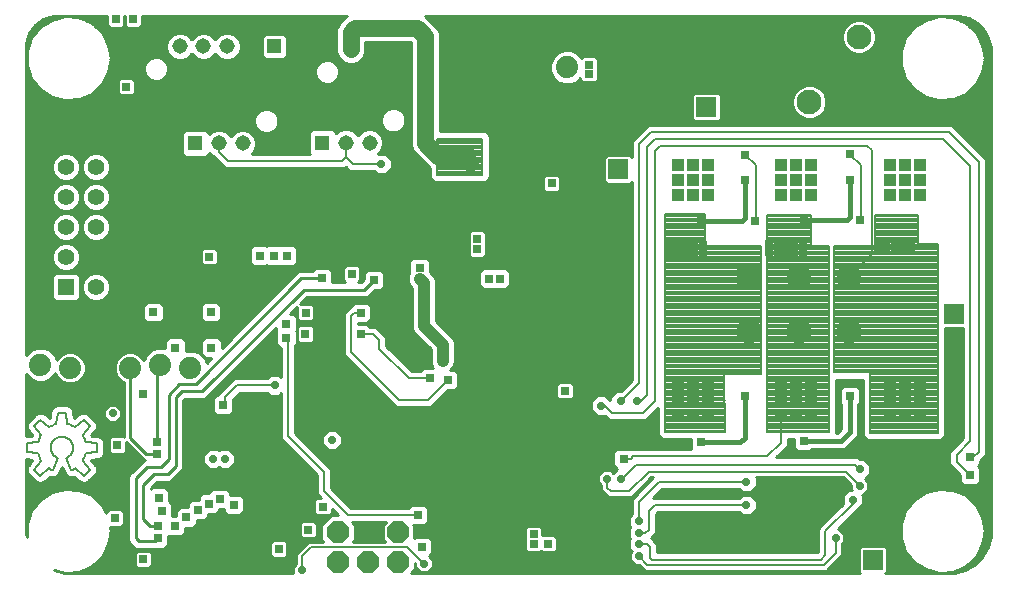
<source format=gbl>
G75*
%MOIN*%
%OFA0B0*%
%FSLAX24Y24*%
%IPPOS*%
%LPD*%
%AMOC8*
5,1,8,0,0,1.08239X$1,22.5*
%
%ADD10C,0.0740*%
%ADD11C,0.0650*%
%ADD12R,0.0650X0.0650*%
%ADD13C,0.0515*%
%ADD14R,0.0515X0.0515*%
%ADD15R,0.0827X0.0827*%
%ADD16C,0.0827*%
%ADD17OC8,0.0740*%
%ADD18R,0.0554X0.0554*%
%ADD19C,0.0554*%
%ADD20R,0.0397X0.0397*%
%ADD21OC8,0.0277*%
%ADD22R,0.0277X0.0277*%
%ADD23C,0.0100*%
%ADD24C,0.0080*%
%ADD25C,0.0160*%
%ADD26C,0.0079*%
%ADD27C,0.0120*%
%ADD28C,0.0400*%
%ADD29C,0.0560*%
D10*
X000824Y010708D03*
X001824Y010608D03*
X002824Y010708D03*
X003824Y010608D03*
X004824Y010708D03*
X005824Y010608D03*
X018389Y019480D03*
X018389Y020620D03*
D11*
X023026Y021300D03*
X020092Y016221D03*
X031292Y011408D03*
X028576Y005203D03*
D12*
X028576Y004203D03*
X031292Y012408D03*
X023026Y019300D03*
X020092Y017221D03*
D13*
X011804Y018109D03*
X011017Y018109D03*
X007572Y018089D03*
X006785Y018089D03*
X011174Y021219D03*
X007838Y021317D03*
X007050Y021317D03*
X006263Y021317D03*
X005475Y021317D03*
D14*
X008625Y021317D03*
X011962Y021219D03*
X010229Y018109D03*
X005997Y018089D03*
D15*
X024462Y013621D03*
X026460Y021632D03*
D16*
X028113Y021632D03*
X028113Y019467D03*
X026460Y019467D03*
X026115Y013621D03*
X027769Y013621D03*
X027769Y011849D03*
X026115Y011849D03*
X024462Y011849D03*
D17*
X012755Y005124D03*
X011755Y005124D03*
X010755Y005124D03*
X010755Y004124D03*
X011755Y004124D03*
X012755Y004124D03*
D18*
X001678Y013304D03*
D19*
X002678Y013304D03*
X002678Y014304D03*
X001678Y014304D03*
X001678Y015304D03*
X002678Y015304D03*
X002678Y016304D03*
X001678Y016304D03*
X001678Y017304D03*
X002678Y017304D03*
D20*
X022092Y017357D03*
X022592Y017357D03*
X023092Y017357D03*
X023092Y016857D03*
X022592Y016857D03*
X022592Y016357D03*
X023092Y016357D03*
X022092Y016357D03*
X022092Y016857D03*
X025517Y016857D03*
X026017Y016857D03*
X026017Y017357D03*
X025517Y017357D03*
X026517Y017357D03*
X026517Y016857D03*
X026517Y016357D03*
X026017Y016357D03*
X025517Y016357D03*
X029139Y016357D03*
X029639Y016357D03*
X029639Y016857D03*
X029139Y016857D03*
X029139Y017357D03*
X029639Y017357D03*
X030139Y017357D03*
X030139Y016857D03*
X030139Y016357D03*
X030139Y009995D03*
X029639Y009995D03*
X029139Y009995D03*
X029139Y009495D03*
X029639Y009495D03*
X030139Y009495D03*
X030139Y008995D03*
X029639Y008995D03*
X029139Y008995D03*
X026517Y008995D03*
X026517Y009495D03*
X026517Y009995D03*
X026017Y009995D03*
X025517Y009995D03*
X025517Y009495D03*
X026017Y009495D03*
X026017Y008995D03*
X025517Y008995D03*
X023092Y008995D03*
X022592Y008995D03*
X022592Y009495D03*
X023092Y009495D03*
X023092Y009995D03*
X022592Y009995D03*
X022092Y009995D03*
X022092Y009495D03*
X022092Y008995D03*
D21*
X020731Y009497D03*
X020170Y009487D03*
X019521Y009349D03*
X019718Y006908D03*
X020190Y006908D03*
X020781Y005491D03*
X020781Y005097D03*
X020781Y004723D03*
X020781Y004329D03*
X024363Y006042D03*
X024363Y006790D03*
X027340Y004947D03*
X027907Y006199D03*
X028143Y006672D03*
X028143Y007223D03*
X013615Y004073D03*
X009540Y003857D03*
X006981Y007567D03*
X006588Y007567D03*
X008635Y010018D03*
X010082Y008975D03*
X010377Y008975D03*
X010377Y008670D03*
X010082Y008670D03*
X010544Y008207D03*
X003241Y009093D03*
X012198Y017400D03*
D22*
X014373Y017439D03*
X014767Y017439D03*
X015161Y017439D03*
X015161Y017833D03*
X014767Y017833D03*
X014373Y017833D03*
X016224Y017479D03*
X017867Y016750D03*
X015397Y014900D03*
X015397Y014565D03*
X015790Y013581D03*
X016145Y013581D03*
X013603Y012014D03*
X012749Y012518D03*
X011509Y012439D03*
X011509Y011731D03*
X013202Y011160D03*
X013517Y011160D03*
X014235Y010849D03*
X014403Y010195D03*
X013812Y010254D03*
X015387Y009664D03*
X016174Y009664D03*
X016174Y008876D03*
X015387Y008876D03*
X015544Y008089D03*
X015859Y008089D03*
X016174Y008089D03*
X016174Y007774D03*
X015859Y007774D03*
X015544Y007774D03*
X015544Y007459D03*
X015544Y007144D03*
X015859Y007144D03*
X015859Y007459D03*
X016174Y007459D03*
X016174Y007144D03*
X016174Y006829D03*
X015859Y006829D03*
X015544Y006829D03*
X015387Y006121D03*
X016174Y006121D03*
X016174Y005333D03*
X015387Y005333D03*
X015190Y003916D03*
X014718Y003916D03*
X014245Y003916D03*
X013536Y004644D03*
X013418Y005707D03*
X011617Y006032D03*
X011302Y006032D03*
X010249Y005983D03*
X009846Y005983D03*
X009757Y005215D03*
X008773Y004565D03*
X008182Y003995D03*
X005694Y005617D03*
X006076Y005861D03*
X006450Y006081D03*
X006804Y006239D03*
X007277Y006042D03*
X005300Y005329D03*
X004733Y005345D03*
X004733Y004920D03*
X004257Y004223D03*
X003536Y004231D03*
X003312Y005601D03*
X003320Y006317D03*
X004777Y006278D03*
X004875Y005845D03*
X004725Y007743D03*
X004729Y008124D03*
X003399Y008030D03*
X004245Y009723D03*
X005328Y011278D03*
X006529Y011278D03*
X006509Y012459D03*
X005544Y012459D03*
X004599Y012459D03*
X006458Y014306D03*
X008143Y014349D03*
X008615Y014349D03*
X009048Y014349D03*
X010214Y013593D03*
X011210Y013735D03*
X011954Y013542D03*
X013468Y013581D03*
X013468Y013936D03*
X015239Y011849D03*
X018320Y009841D03*
X020269Y007577D03*
X022848Y008128D03*
X024304Y009664D03*
X026273Y008168D03*
X027808Y009664D03*
X031804Y007617D03*
X031814Y007036D03*
X026292Y005530D03*
X026017Y005530D03*
X025741Y005530D03*
X025466Y005530D03*
X025190Y005530D03*
X025190Y005254D03*
X025190Y004979D03*
X025466Y004979D03*
X025741Y004979D03*
X025741Y005254D03*
X025466Y005254D03*
X026017Y005254D03*
X026017Y004979D03*
X026292Y004979D03*
X026292Y005254D03*
X026292Y004703D03*
X026017Y004703D03*
X025741Y004703D03*
X025466Y004703D03*
X025190Y004703D03*
X022867Y004664D03*
X022592Y004664D03*
X022592Y004939D03*
X022867Y004939D03*
X022867Y005215D03*
X022592Y005215D03*
X022592Y005491D03*
X022867Y005491D03*
X022316Y005491D03*
X022040Y005491D03*
X021765Y005491D03*
X021765Y005215D03*
X022040Y005215D03*
X022040Y004939D03*
X022040Y004664D03*
X021765Y004664D03*
X021765Y004939D03*
X022316Y004939D03*
X022316Y004664D03*
X022316Y005215D03*
X018379Y004310D03*
X018379Y003916D03*
X017749Y004743D03*
X017277Y004743D03*
X017277Y005058D03*
X016607Y003916D03*
X016135Y003916D03*
X015662Y003916D03*
X006922Y009369D03*
X009029Y011613D03*
X009029Y012065D03*
X009666Y011735D03*
X009670Y012447D03*
X000584Y009821D03*
X000505Y006317D03*
X019058Y013936D03*
X021804Y014428D03*
X021804Y014703D03*
X022080Y014703D03*
X022080Y014428D03*
X022355Y014428D03*
X022355Y014703D03*
X022631Y014703D03*
X022631Y014428D03*
X022907Y014428D03*
X022907Y014703D03*
X022848Y015510D03*
X024639Y015510D03*
X025131Y014743D03*
X025407Y014743D03*
X025682Y014743D03*
X025958Y014743D03*
X026233Y014743D03*
X026233Y014467D03*
X025958Y014467D03*
X025682Y014467D03*
X025407Y014467D03*
X025131Y014467D03*
X026273Y015530D03*
X028162Y015530D03*
X028753Y014841D03*
X028753Y014565D03*
X029029Y014565D03*
X029304Y014565D03*
X029580Y014565D03*
X029855Y014565D03*
X029855Y014841D03*
X029580Y014841D03*
X029304Y014841D03*
X029029Y014841D03*
X027828Y016869D03*
X027828Y017735D03*
X024324Y017715D03*
X024304Y016869D03*
X019117Y020412D03*
X019117Y020707D03*
X019107Y021613D03*
X020151Y021770D03*
X015239Y020353D03*
X003930Y022223D03*
X003340Y022223D03*
X003694Y019979D03*
D23*
X001270Y003871D02*
X001279Y003867D01*
X001662Y003764D01*
X001860Y003751D01*
X009252Y003751D01*
X009252Y003976D01*
X009350Y004075D01*
X009350Y004408D01*
X009646Y004703D01*
X009757Y004814D01*
X010259Y004814D01*
X010185Y004888D01*
X010185Y005361D01*
X010519Y005694D01*
X010749Y005694D01*
X010538Y005906D01*
X010538Y005782D01*
X010450Y005694D01*
X010048Y005694D01*
X009960Y005782D01*
X009960Y006184D01*
X010048Y006271D01*
X010172Y006271D01*
X010153Y006291D01*
X010085Y006359D01*
X010048Y006447D01*
X010048Y007045D01*
X008952Y008141D01*
X008884Y008209D01*
X008848Y008297D01*
X008848Y009752D01*
X008775Y009679D01*
X008495Y009679D01*
X008396Y009778D01*
X007474Y009778D01*
X007261Y009565D01*
X007261Y009147D01*
X007144Y009030D01*
X006701Y009030D01*
X006584Y009147D01*
X006584Y009590D01*
X006701Y009707D01*
X006756Y009707D01*
X006778Y009760D01*
X006845Y009828D01*
X006845Y009828D01*
X007239Y010222D01*
X007327Y010258D01*
X008396Y010258D01*
X008495Y010357D01*
X008775Y010357D01*
X008848Y010284D01*
X008848Y011274D01*
X008807Y011274D01*
X008690Y011391D01*
X008690Y011834D01*
X008695Y011839D01*
X008690Y011844D01*
X008690Y011936D01*
X006363Y009609D01*
X006271Y009571D01*
X005648Y009571D01*
X005598Y009521D01*
X005598Y007291D01*
X005559Y007199D01*
X005284Y006924D01*
X005214Y006853D01*
X005122Y006815D01*
X004723Y006815D01*
X004515Y006608D01*
X004515Y006577D01*
X004555Y006617D01*
X004998Y006617D01*
X005115Y006500D01*
X005115Y006165D01*
X005214Y006067D01*
X005214Y005668D01*
X005355Y005668D01*
X005355Y005838D01*
X005472Y005955D01*
X005737Y005955D01*
X005737Y006082D01*
X005854Y006199D01*
X006111Y006199D01*
X006111Y006303D01*
X006228Y006420D01*
X006465Y006420D01*
X006465Y006460D01*
X006583Y006577D01*
X007026Y006577D01*
X007143Y006460D01*
X007143Y006381D01*
X007498Y006381D01*
X007615Y006263D01*
X007615Y005820D01*
X007498Y005703D01*
X007055Y005703D01*
X006938Y005820D01*
X006938Y005900D01*
X006789Y005900D01*
X006789Y005860D01*
X006671Y005742D01*
X006415Y005742D01*
X006415Y005639D01*
X006297Y005522D01*
X006033Y005522D01*
X006033Y005395D01*
X005916Y005278D01*
X005639Y005278D01*
X005639Y005108D01*
X005522Y004990D01*
X005079Y004990D01*
X005072Y004997D01*
X005072Y004698D01*
X004955Y004581D01*
X004708Y004581D01*
X004685Y004571D01*
X004058Y004571D01*
X003966Y004609D01*
X003895Y004680D01*
X003797Y004778D01*
X003759Y004870D01*
X003759Y006977D01*
X003797Y007069D01*
X003867Y007140D01*
X004241Y007514D01*
X004311Y007543D01*
X004280Y007543D01*
X004163Y007660D01*
X003687Y008136D01*
X003687Y007829D01*
X003600Y007741D01*
X003198Y007741D01*
X003110Y007829D01*
X003110Y008231D01*
X003198Y008319D01*
X003600Y008319D01*
X003624Y008294D01*
X003624Y010128D01*
X003529Y010167D01*
X003383Y010313D01*
X003304Y010505D01*
X003304Y010711D01*
X003383Y010903D01*
X003529Y011049D01*
X003720Y011128D01*
X003927Y011128D01*
X004118Y011049D01*
X004265Y010903D01*
X004276Y010875D01*
X004341Y011031D01*
X004501Y011191D01*
X004711Y011278D01*
X004937Y011278D01*
X004989Y011256D01*
X004989Y011500D01*
X005106Y011617D01*
X005549Y011617D01*
X005667Y011500D01*
X005667Y011160D01*
X005711Y011178D01*
X005937Y011178D01*
X006147Y011091D01*
X006307Y010931D01*
X006370Y010780D01*
X006529Y010939D01*
X006307Y010939D01*
X006190Y011056D01*
X006190Y011500D01*
X006307Y011617D01*
X006750Y011617D01*
X006867Y011500D01*
X006867Y011277D01*
X009387Y013797D01*
X009479Y013835D01*
X009895Y013835D01*
X009992Y013932D01*
X010435Y013932D01*
X010552Y013815D01*
X010552Y013465D01*
X010990Y013465D01*
X010921Y013534D01*
X010921Y013936D01*
X011009Y014023D01*
X011411Y014023D01*
X011498Y013936D01*
X011498Y013534D01*
X011430Y013465D01*
X011523Y013465D01*
X011615Y013557D01*
X011615Y013763D01*
X011732Y013881D01*
X012175Y013881D01*
X012293Y013763D01*
X012293Y013320D01*
X012175Y013203D01*
X011969Y013203D01*
X011769Y013003D01*
X011677Y012965D01*
X009719Y012965D01*
X009490Y012736D01*
X009871Y012736D01*
X009959Y012648D01*
X009959Y012246D01*
X009871Y012159D01*
X009469Y012159D01*
X009382Y012246D01*
X009382Y012628D01*
X009158Y012404D01*
X009250Y012404D01*
X009367Y012287D01*
X009367Y011844D01*
X009363Y011839D01*
X009367Y011834D01*
X009367Y011391D01*
X009328Y011351D01*
X009328Y008444D01*
X010492Y007280D01*
X010528Y007192D01*
X010528Y006594D01*
X011175Y005947D01*
X013098Y005947D01*
X013197Y006046D01*
X013640Y006046D01*
X013757Y005929D01*
X013757Y005486D01*
X013640Y005368D01*
X013246Y005368D01*
X013275Y005340D01*
X013275Y004943D01*
X013315Y004983D01*
X013758Y004983D01*
X013875Y004866D01*
X013875Y004423D01*
X013775Y004322D01*
X013904Y004193D01*
X013904Y003954D01*
X013735Y003785D01*
X013496Y003785D01*
X013326Y003954D01*
X013326Y004093D01*
X013325Y004095D01*
X013325Y003888D01*
X013187Y003751D01*
X028166Y003751D01*
X028101Y003816D01*
X028101Y004590D01*
X028189Y004678D01*
X028963Y004678D01*
X029051Y004590D01*
X029051Y003816D01*
X028986Y003751D01*
X031083Y003751D01*
X031271Y003763D01*
X031633Y003860D01*
X031958Y004048D01*
X032223Y004313D01*
X032411Y004638D01*
X032508Y005000D01*
X032520Y005188D01*
X032520Y021134D01*
X032510Y021293D01*
X032428Y021599D01*
X032269Y021873D01*
X032045Y022098D01*
X031771Y022256D01*
X031464Y022338D01*
X031306Y022348D01*
X013657Y022348D01*
X013927Y022079D01*
X014062Y021944D01*
X014135Y021767D01*
X014135Y018487D01*
X015612Y018487D01*
X015700Y018450D01*
X015768Y018382D01*
X015804Y018294D01*
X015804Y016998D01*
X015768Y016910D01*
X015700Y016842D01*
X015612Y016806D01*
X014001Y016806D01*
X013912Y016842D01*
X013845Y016910D01*
X013808Y016998D01*
X013808Y017257D01*
X013700Y017364D01*
X013248Y017817D01*
X013175Y017994D01*
X013175Y021467D01*
X011654Y021467D01*
X011654Y021123D01*
X011581Y020947D01*
X011446Y020812D01*
X011270Y020739D01*
X011079Y020739D01*
X010902Y020812D01*
X010767Y020947D01*
X010694Y021123D01*
X010694Y021885D01*
X010767Y022062D01*
X010925Y022219D01*
X011054Y022348D01*
X004219Y022348D01*
X004219Y022022D01*
X004131Y021934D01*
X003729Y021934D01*
X003641Y022022D01*
X003641Y022348D01*
X003628Y022348D01*
X003628Y022022D01*
X003541Y021934D01*
X003139Y021934D01*
X003051Y022022D01*
X003051Y022348D01*
X001420Y022348D01*
X001251Y022335D01*
X000930Y022231D01*
X000656Y022032D01*
X000458Y021759D01*
X000353Y021437D01*
X000353Y021437D01*
X000340Y021269D01*
X000340Y011029D01*
X000341Y011031D01*
X000501Y011191D01*
X000711Y011278D01*
X000937Y011278D01*
X001147Y011191D01*
X001307Y011031D01*
X001372Y010875D01*
X001383Y010903D01*
X001529Y011049D01*
X001720Y011128D01*
X001927Y011128D01*
X002118Y011049D01*
X002265Y010903D01*
X002344Y010711D01*
X002344Y010505D01*
X002265Y010313D01*
X002118Y010167D01*
X001927Y010088D01*
X001720Y010088D01*
X001529Y010167D01*
X001383Y010313D01*
X001330Y010441D01*
X001307Y010385D01*
X001147Y010225D01*
X000937Y010138D01*
X000711Y010138D01*
X000501Y010225D01*
X000341Y010385D01*
X000340Y010387D01*
X000340Y008325D01*
X000370Y008325D01*
X000562Y008345D01*
X000563Y008349D01*
X000563Y008349D01*
X000566Y008353D01*
X000440Y008508D01*
X000415Y008533D01*
X000410Y008545D01*
X000402Y008554D01*
X000392Y008588D01*
X000378Y008621D01*
X000378Y008633D01*
X000375Y008645D01*
X000378Y008681D01*
X000378Y008716D01*
X000383Y008728D01*
X000384Y008740D01*
X000401Y008771D01*
X000415Y008804D01*
X000423Y008813D01*
X000429Y008824D01*
X000457Y008846D01*
X000643Y009033D01*
X000666Y009060D01*
X000677Y009066D01*
X000686Y009075D01*
X000718Y009089D01*
X000750Y009105D01*
X000762Y009107D01*
X000774Y009112D01*
X000809Y009112D01*
X000844Y009115D01*
X000856Y009112D01*
X000869Y009112D01*
X000902Y009098D01*
X000936Y009088D01*
X000945Y009080D01*
X000957Y009075D01*
X000982Y009050D01*
X001136Y008924D01*
X001140Y008926D01*
X001140Y008926D01*
X001145Y008927D01*
X001165Y009126D01*
X001165Y009161D01*
X001170Y009173D01*
X001171Y009185D01*
X001188Y009217D01*
X001201Y009249D01*
X001210Y009258D01*
X001216Y009269D01*
X001244Y009292D01*
X001269Y009317D01*
X001280Y009321D01*
X001290Y009329D01*
X001324Y009340D01*
X001357Y009353D01*
X001369Y009353D01*
X001381Y009357D01*
X001416Y009353D01*
X001680Y009353D01*
X001715Y009357D01*
X001727Y009353D01*
X001740Y009353D01*
X001773Y009340D01*
X001807Y009329D01*
X001816Y009321D01*
X001828Y009317D01*
X001853Y009292D01*
X001880Y009269D01*
X001886Y009258D01*
X001895Y009249D01*
X001909Y009217D01*
X001926Y009185D01*
X001927Y009173D01*
X001932Y009161D01*
X001932Y009126D01*
X001952Y008927D01*
X001956Y008926D01*
X001956Y008926D01*
X001960Y008924D01*
X002115Y009050D01*
X002140Y009075D01*
X002151Y009080D01*
X002161Y009088D01*
X002195Y009098D01*
X002228Y009112D01*
X002240Y009112D01*
X002252Y009115D01*
X002288Y009112D01*
X002323Y009112D01*
X002335Y009107D01*
X002347Y009105D01*
X002378Y009089D01*
X002411Y009075D01*
X002420Y009066D01*
X002431Y009060D01*
X002453Y009033D01*
X002640Y008846D01*
X002667Y008824D01*
X002673Y008813D01*
X002682Y008804D01*
X002696Y008771D01*
X002712Y008740D01*
X002714Y008728D01*
X002718Y008716D01*
X002718Y008681D01*
X002722Y008645D01*
X002718Y008633D01*
X002718Y008621D01*
X002705Y008588D01*
X002695Y008554D01*
X002687Y008545D01*
X002682Y008533D01*
X002657Y008508D01*
X002531Y008353D01*
X002533Y008349D01*
X002533Y008349D01*
X002534Y008345D01*
X002733Y008325D01*
X002768Y008325D01*
X002780Y008320D01*
X002792Y008319D01*
X002823Y008302D01*
X002856Y008288D01*
X002865Y008279D01*
X002876Y008274D01*
X002898Y008246D01*
X002924Y008221D01*
X002928Y008209D01*
X002936Y008200D01*
X002946Y008166D01*
X002960Y008133D01*
X002960Y008120D01*
X002964Y008109D01*
X002960Y008073D01*
X002960Y007810D01*
X002964Y007774D01*
X002960Y007762D01*
X002960Y007750D01*
X002946Y007717D01*
X002936Y007683D01*
X002928Y007673D01*
X002924Y007662D01*
X002898Y007637D01*
X002876Y007609D01*
X002865Y007603D01*
X002856Y007595D01*
X002823Y007581D01*
X002792Y007564D01*
X002780Y007563D01*
X002768Y007558D01*
X002733Y007558D01*
X002534Y007538D01*
X002533Y007533D01*
X002533Y007533D01*
X002531Y007530D01*
X002657Y007375D01*
X002682Y007350D01*
X002687Y007338D01*
X002695Y007329D01*
X002705Y007295D01*
X002718Y007262D01*
X002718Y007249D01*
X002722Y007237D01*
X002718Y007202D01*
X002718Y007167D01*
X002714Y007155D01*
X002712Y007143D01*
X002696Y007111D01*
X002682Y007079D01*
X002673Y007070D01*
X002667Y007059D01*
X002640Y007036D01*
X002453Y006850D01*
X002431Y006823D01*
X002420Y006817D01*
X002411Y006808D01*
X002378Y006794D01*
X002347Y006777D01*
X002335Y006776D01*
X002323Y006771D01*
X002288Y006771D01*
X002252Y006768D01*
X002240Y006771D01*
X002228Y006771D01*
X002195Y006785D01*
X002161Y006795D01*
X002151Y006803D01*
X002140Y006808D01*
X002115Y006833D01*
X001948Y006969D01*
X001929Y006961D01*
X001907Y006952D01*
X001811Y006952D01*
X001759Y006974D01*
X001723Y006988D01*
X001723Y006988D01*
X001723Y006988D01*
X001656Y007056D01*
X001635Y007106D01*
X001548Y007316D01*
X001461Y007104D01*
X001440Y007056D01*
X001440Y007056D01*
X001373Y006988D01*
X001336Y006973D01*
X001285Y006952D01*
X001190Y006952D01*
X001165Y006962D01*
X001149Y006969D01*
X000982Y006833D01*
X000957Y006808D01*
X000945Y006803D01*
X000936Y006795D01*
X000902Y006785D01*
X000869Y006771D01*
X000856Y006771D01*
X000844Y006768D01*
X000809Y006771D01*
X000774Y006771D01*
X000762Y006776D01*
X000750Y006777D01*
X000718Y006794D01*
X000686Y006808D01*
X000677Y006817D01*
X000666Y006823D01*
X000643Y006850D01*
X000457Y007036D01*
X000429Y007059D01*
X000423Y007070D01*
X000415Y007079D01*
X000401Y007111D01*
X000384Y007143D01*
X000383Y007155D01*
X000378Y007167D01*
X000378Y007202D01*
X000375Y007237D01*
X000378Y007249D01*
X000378Y007262D01*
X000392Y007295D01*
X000402Y007329D01*
X000410Y007338D01*
X000415Y007350D01*
X000440Y007375D01*
X000566Y007530D01*
X000563Y007533D01*
X000563Y007533D01*
X000562Y007538D01*
X000370Y007557D01*
X000340Y007557D01*
X000340Y005271D01*
X000353Y005073D01*
X000379Y004976D01*
X000379Y005407D01*
X000529Y005844D01*
X000813Y006209D01*
X000813Y006209D01*
X001200Y006462D01*
X001200Y006462D01*
X001649Y006576D01*
X001649Y006576D01*
X002110Y006538D01*
X002110Y006538D01*
X002533Y006352D01*
X002533Y006352D01*
X002874Y006039D01*
X002874Y006039D01*
X002874Y006039D01*
X003023Y005762D01*
X003023Y005802D01*
X003111Y005890D01*
X003513Y005890D01*
X003601Y005802D01*
X003601Y005400D01*
X003513Y005312D01*
X003147Y005312D01*
X003170Y005176D01*
X003094Y004719D01*
X003094Y004719D01*
X002874Y004313D01*
X002874Y004313D01*
X002533Y003999D01*
X002533Y003999D01*
X002110Y003814D01*
X002110Y003814D01*
X001649Y003775D01*
X001649Y003775D01*
X001270Y003871D01*
X001314Y003857D02*
X001327Y003857D01*
X001744Y003758D02*
X009252Y003758D01*
X009252Y003857D02*
X002209Y003857D01*
X002433Y003955D02*
X004035Y003955D01*
X004056Y003934D02*
X004458Y003934D01*
X004546Y004022D01*
X004546Y004424D01*
X004458Y004512D01*
X004056Y004512D01*
X003968Y004424D01*
X003968Y004022D01*
X004056Y003934D01*
X003968Y004054D02*
X002593Y004054D01*
X002700Y004152D02*
X003968Y004152D01*
X003968Y004251D02*
X002807Y004251D01*
X002893Y004349D02*
X003968Y004349D01*
X003992Y004448D02*
X002947Y004448D01*
X003000Y004546D02*
X008484Y004546D01*
X008484Y004448D02*
X004521Y004448D01*
X004546Y004349D02*
X008499Y004349D01*
X008484Y004365D02*
X008572Y004277D01*
X008974Y004277D01*
X009061Y004365D01*
X009061Y004766D01*
X008974Y004854D01*
X008572Y004854D01*
X008484Y004766D01*
X008484Y004365D01*
X008484Y004645D02*
X005019Y004645D01*
X005072Y004743D02*
X008484Y004743D01*
X008560Y004842D02*
X005072Y004842D01*
X005072Y004940D02*
X009542Y004940D01*
X009556Y004926D02*
X009958Y004926D01*
X010046Y005014D01*
X010046Y005416D01*
X009958Y005504D01*
X009556Y005504D01*
X009468Y005416D01*
X009468Y005014D01*
X009556Y004926D01*
X009468Y005039D02*
X005570Y005039D01*
X005639Y005137D02*
X009468Y005137D01*
X009468Y005236D02*
X005639Y005236D01*
X005972Y005334D02*
X009468Y005334D01*
X009485Y005433D02*
X006033Y005433D01*
X006307Y005531D02*
X010356Y005531D01*
X010257Y005433D02*
X010029Y005433D01*
X010046Y005334D02*
X010185Y005334D01*
X010185Y005236D02*
X010046Y005236D01*
X010046Y005137D02*
X010185Y005137D01*
X010185Y005039D02*
X010046Y005039D01*
X009972Y004940D02*
X010185Y004940D01*
X010231Y004842D02*
X008986Y004842D01*
X009061Y004743D02*
X009686Y004743D01*
X009588Y004645D02*
X009061Y004645D01*
X009061Y004546D02*
X009489Y004546D01*
X009391Y004448D02*
X009061Y004448D01*
X009046Y004349D02*
X009350Y004349D01*
X009350Y004251D02*
X004546Y004251D01*
X004546Y004152D02*
X009350Y004152D01*
X009329Y004054D02*
X004546Y004054D01*
X004479Y003955D02*
X009252Y003955D01*
X011218Y005467D02*
X012362Y005467D01*
X012235Y005340D01*
X012235Y004909D01*
X012330Y004814D01*
X011251Y004814D01*
X011325Y004888D01*
X011325Y005361D01*
X011218Y005467D01*
X011253Y005433D02*
X012328Y005433D01*
X012235Y005334D02*
X011325Y005334D01*
X011325Y005236D02*
X012235Y005236D01*
X012235Y005137D02*
X011325Y005137D01*
X011325Y005039D02*
X012235Y005039D01*
X012235Y004940D02*
X011325Y004940D01*
X011279Y004842D02*
X012302Y004842D01*
X013275Y005039D02*
X016988Y005039D01*
X016988Y005137D02*
X013275Y005137D01*
X013275Y005236D02*
X016988Y005236D01*
X016988Y005258D02*
X016988Y004542D01*
X017076Y004454D01*
X017478Y004454D01*
X017513Y004489D01*
X017548Y004454D01*
X017950Y004454D01*
X018038Y004542D01*
X018038Y004943D01*
X017950Y005031D01*
X017565Y005031D01*
X017565Y005258D01*
X017478Y005346D01*
X017076Y005346D01*
X016988Y005258D01*
X017064Y005334D02*
X013275Y005334D01*
X013705Y005433D02*
X020442Y005433D01*
X020442Y005350D02*
X020498Y005294D01*
X020442Y005237D01*
X020442Y004957D01*
X020489Y004910D01*
X020442Y004863D01*
X020442Y004583D01*
X020534Y004491D01*
X020492Y004449D01*
X020492Y004210D01*
X020661Y004040D01*
X020786Y004040D01*
X020858Y003963D01*
X020858Y003959D01*
X020912Y003906D01*
X020963Y003851D01*
X020967Y003851D01*
X020970Y003848D01*
X021045Y003848D01*
X021120Y003845D01*
X021123Y003848D01*
X026882Y003848D01*
X026884Y003846D01*
X026960Y003848D01*
X027036Y003848D01*
X027038Y003850D01*
X027041Y003850D01*
X027094Y003905D01*
X027148Y003959D01*
X027148Y003962D01*
X027480Y004311D01*
X027534Y004365D01*
X027534Y004367D01*
X027535Y004369D01*
X027534Y004446D01*
X027534Y004733D01*
X027628Y004828D01*
X027628Y005067D01*
X027459Y005236D01*
X027417Y005236D01*
X028041Y005861D01*
X028047Y005861D01*
X028245Y006059D01*
X028245Y006340D01*
X028202Y006383D01*
X028262Y006383D01*
X028432Y006552D01*
X028432Y006791D01*
X028311Y006912D01*
X028482Y007083D01*
X028482Y007363D01*
X028283Y007562D01*
X028143Y007562D01*
X028121Y007584D01*
X028033Y007620D01*
X025356Y007620D01*
X025708Y007973D01*
X025745Y008061D01*
X025745Y008243D01*
X025934Y008243D01*
X025934Y007946D01*
X026051Y007829D01*
X026494Y007829D01*
X026553Y007888D01*
X027569Y007888D01*
X027671Y007930D01*
X027750Y008009D01*
X028046Y008304D01*
X028088Y008407D01*
X028088Y009384D01*
X028147Y009442D01*
X028147Y009885D01*
X028030Y010003D01*
X027587Y010003D01*
X027469Y009885D01*
X027469Y009442D01*
X027528Y009384D01*
X027528Y008579D01*
X027397Y008448D01*
X027359Y008448D01*
X027359Y010211D01*
X028257Y010211D01*
X028257Y008396D01*
X028294Y008307D01*
X028361Y008240D01*
X028449Y008203D01*
X030789Y008203D01*
X030877Y008240D01*
X030945Y008307D01*
X030981Y008396D01*
X030981Y011933D01*
X031574Y011933D01*
X031574Y008257D01*
X031235Y007918D01*
X031168Y007851D01*
X031131Y007763D01*
X031131Y007431D01*
X031168Y007343D01*
X031475Y007035D01*
X031475Y006814D01*
X031592Y006697D01*
X032036Y006697D01*
X032153Y006814D01*
X032153Y007257D01*
X032079Y007331D01*
X032143Y007395D01*
X032143Y007498D01*
X032255Y007610D01*
X032323Y007678D01*
X032359Y007766D01*
X032359Y017507D01*
X032323Y017595D01*
X032255Y017663D01*
X031241Y018676D01*
X031153Y018713D01*
X021127Y018713D01*
X021038Y018676D01*
X020971Y018609D01*
X020577Y018215D01*
X020541Y018127D01*
X020541Y017634D01*
X020479Y017696D01*
X019704Y017696D01*
X019617Y017608D01*
X019617Y016834D01*
X019704Y016746D01*
X020479Y016746D01*
X020541Y016808D01*
X020541Y010196D01*
X020170Y009825D01*
X020030Y009825D01*
X019832Y009627D01*
X019832Y009517D01*
X019661Y009688D01*
X019380Y009688D01*
X019182Y009489D01*
X019182Y009209D01*
X019380Y009010D01*
X019658Y009010D01*
X019759Y008909D01*
X019847Y008873D01*
X020976Y008873D01*
X021064Y008909D01*
X021407Y009252D01*
X021407Y008435D01*
X021443Y008347D01*
X021511Y008279D01*
X021599Y008243D01*
X022509Y008243D01*
X022509Y007907D01*
X022520Y007896D01*
X020536Y007896D01*
X020518Y007888D01*
X020490Y007916D01*
X020047Y007916D01*
X019930Y007799D01*
X019930Y007356D01*
X020044Y007241D01*
X019918Y007115D01*
X019837Y007197D01*
X019598Y007197D01*
X019429Y007028D01*
X019429Y006788D01*
X019528Y006690D01*
X019528Y006534D01*
X019646Y006416D01*
X019757Y006305D01*
X020544Y006305D01*
X021194Y006954D01*
X021259Y006954D01*
X020645Y006340D01*
X020577Y006272D01*
X020541Y006184D01*
X020541Y005730D01*
X020442Y005631D01*
X020442Y005350D01*
X020458Y005334D02*
X017489Y005334D01*
X017565Y005236D02*
X020442Y005236D01*
X020442Y005137D02*
X017565Y005137D01*
X017565Y005039D02*
X020442Y005039D01*
X020458Y004940D02*
X018038Y004940D01*
X018038Y004842D02*
X020442Y004842D01*
X020442Y004743D02*
X018038Y004743D01*
X018038Y004645D02*
X020442Y004645D01*
X020478Y004546D02*
X018038Y004546D01*
X016988Y004546D02*
X013875Y004546D01*
X013875Y004448D02*
X020492Y004448D01*
X020492Y004349D02*
X013802Y004349D01*
X013846Y004251D02*
X020492Y004251D01*
X020549Y004152D02*
X013904Y004152D01*
X013904Y004054D02*
X020647Y004054D01*
X020862Y003955D02*
X013904Y003955D01*
X013807Y003857D02*
X020957Y003857D01*
X021391Y004451D02*
X021391Y004604D01*
X021394Y004640D01*
X021391Y004652D01*
X021391Y004664D01*
X021377Y004697D01*
X021367Y004731D01*
X021359Y004741D01*
X021354Y004753D01*
X021329Y004778D01*
X021272Y004847D01*
X021268Y004859D01*
X021242Y004884D01*
X021220Y004912D01*
X021209Y004917D01*
X021200Y004926D01*
X021179Y004935D01*
X021201Y004957D01*
X021307Y005063D01*
X021343Y005152D01*
X021343Y005718D01*
X021427Y005802D01*
X024124Y005802D01*
X024223Y005703D01*
X024504Y005703D01*
X024702Y005901D01*
X024702Y006182D01*
X024504Y006381D01*
X024223Y006381D01*
X024124Y006282D01*
X021280Y006282D01*
X021255Y006271D01*
X021534Y006550D01*
X024124Y006550D01*
X024223Y006451D01*
X024504Y006451D01*
X024702Y006650D01*
X024702Y006930D01*
X024678Y006954D01*
X027592Y006954D01*
X027854Y006692D01*
X027854Y006552D01*
X027868Y006538D01*
X027766Y006538D01*
X027568Y006340D01*
X027568Y006066D01*
X026790Y005288D01*
X026753Y005200D01*
X026753Y004460D01*
X026744Y004451D01*
X021391Y004451D01*
X021391Y004546D02*
X026753Y004546D01*
X026753Y004645D02*
X021393Y004645D01*
X021358Y004743D02*
X026753Y004743D01*
X026753Y004842D02*
X021277Y004842D01*
X021184Y004940D02*
X026753Y004940D01*
X026753Y005039D02*
X021283Y005039D01*
X021338Y005137D02*
X026753Y005137D01*
X026768Y005236D02*
X021343Y005236D01*
X021343Y005334D02*
X026836Y005334D01*
X026935Y005433D02*
X021343Y005433D01*
X021343Y005531D02*
X027033Y005531D01*
X027132Y005630D02*
X021343Y005630D01*
X021354Y005728D02*
X024198Y005728D01*
X024529Y005728D02*
X027230Y005728D01*
X027329Y005827D02*
X024628Y005827D01*
X024702Y005925D02*
X027427Y005925D01*
X027526Y006024D02*
X024702Y006024D01*
X024702Y006122D02*
X027568Y006122D01*
X027568Y006221D02*
X024663Y006221D01*
X024565Y006319D02*
X027568Y006319D01*
X027646Y006418D02*
X021402Y006418D01*
X021500Y006516D02*
X024158Y006516D01*
X024162Y006319D02*
X021303Y006319D01*
X020920Y006615D02*
X020855Y006615D01*
X020821Y006516D02*
X020756Y006516D01*
X020723Y006418D02*
X020658Y006418D01*
X020624Y006319D02*
X020559Y006319D01*
X020556Y006221D02*
X010901Y006221D01*
X010803Y006319D02*
X019742Y006319D01*
X019644Y006418D02*
X010704Y006418D01*
X010606Y006516D02*
X019545Y006516D01*
X019528Y006615D02*
X010528Y006615D01*
X010528Y006713D02*
X019504Y006713D01*
X019429Y006812D02*
X010528Y006812D01*
X010528Y006910D02*
X019429Y006910D01*
X019429Y007009D02*
X010528Y007009D01*
X010528Y007108D02*
X019509Y007108D01*
X020009Y007206D02*
X010523Y007206D01*
X010468Y007305D02*
X019981Y007305D01*
X019930Y007403D02*
X010369Y007403D01*
X010271Y007502D02*
X019930Y007502D01*
X019930Y007600D02*
X010172Y007600D01*
X010074Y007699D02*
X019930Y007699D01*
X019930Y007797D02*
X009975Y007797D01*
X009877Y007896D02*
X010377Y007896D01*
X010404Y007868D02*
X010685Y007868D01*
X010883Y008067D01*
X010883Y008347D01*
X010685Y008546D01*
X010404Y008546D01*
X010206Y008347D01*
X010206Y008067D01*
X010404Y007868D01*
X010278Y007994D02*
X009778Y007994D01*
X009680Y008093D02*
X010206Y008093D01*
X010206Y008191D02*
X009581Y008191D01*
X009483Y008290D02*
X010206Y008290D01*
X010246Y008388D02*
X009384Y008388D01*
X009328Y008487D02*
X010345Y008487D01*
X010744Y008487D02*
X021407Y008487D01*
X021407Y008585D02*
X009328Y008585D01*
X009328Y008684D02*
X021407Y008684D01*
X021407Y008782D02*
X009328Y008782D01*
X009328Y008881D02*
X019828Y008881D01*
X019689Y008979D02*
X009328Y008979D01*
X009328Y009078D02*
X019313Y009078D01*
X019215Y009176D02*
X009328Y009176D01*
X009328Y009275D02*
X019182Y009275D01*
X019182Y009373D02*
X013920Y009373D01*
X013937Y009390D02*
X014403Y009857D01*
X014624Y009857D01*
X014741Y009974D01*
X014741Y010417D01*
X014624Y010534D01*
X014486Y010534D01*
X014574Y010622D01*
X014635Y010769D01*
X014635Y011462D01*
X014574Y011609D01*
X014003Y012180D01*
X014003Y013525D01*
X013943Y013672D01*
X013806Y013808D01*
X013806Y014157D01*
X013689Y014274D01*
X013246Y014274D01*
X013129Y014157D01*
X013129Y013808D01*
X013128Y013808D01*
X013068Y013661D01*
X013068Y013502D01*
X013128Y013355D01*
X013203Y013280D01*
X013203Y011935D01*
X013264Y011788D01*
X013835Y011217D01*
X013835Y010769D01*
X013896Y010622D01*
X013925Y010593D01*
X013591Y010593D01*
X013492Y010494D01*
X013203Y010494D01*
X012359Y011338D01*
X012359Y011582D01*
X012323Y011670D01*
X012126Y011867D01*
X012058Y011934D01*
X011970Y011971D01*
X011829Y011971D01*
X011731Y012070D01*
X011414Y012070D01*
X011414Y012101D01*
X011731Y012101D01*
X011848Y012218D01*
X011848Y012661D01*
X011731Y012778D01*
X011287Y012778D01*
X011170Y012661D01*
X011170Y012649D01*
X011156Y012643D01*
X011089Y012575D01*
X010971Y012457D01*
X010934Y012369D01*
X010934Y011073D01*
X010971Y010985D01*
X011038Y010917D01*
X012633Y009323D01*
X012721Y009286D01*
X013781Y009286D01*
X013869Y009323D01*
X013937Y009390D01*
X014018Y009472D02*
X019182Y009472D01*
X019263Y009570D02*
X018539Y009570D01*
X018521Y009552D02*
X018609Y009640D01*
X018609Y010042D01*
X018521Y010130D01*
X018119Y010130D01*
X018031Y010042D01*
X018031Y009640D01*
X018119Y009552D01*
X018521Y009552D01*
X018609Y009669D02*
X019361Y009669D01*
X019680Y009669D02*
X019873Y009669D01*
X019832Y009570D02*
X019779Y009570D01*
X019972Y009767D02*
X018609Y009767D01*
X018609Y009866D02*
X020210Y009866D01*
X020308Y009964D02*
X018609Y009964D01*
X018588Y010063D02*
X020407Y010063D01*
X020505Y010161D02*
X014741Y010161D01*
X014741Y010063D02*
X018052Y010063D01*
X018031Y009964D02*
X014732Y009964D01*
X014633Y009866D02*
X018031Y009866D01*
X018031Y009767D02*
X014314Y009767D01*
X014215Y009669D02*
X018031Y009669D01*
X018101Y009570D02*
X014117Y009570D01*
X014741Y010260D02*
X020541Y010260D01*
X020541Y010358D02*
X014741Y010358D01*
X014702Y010457D02*
X020541Y010457D01*
X020541Y010555D02*
X014507Y010555D01*
X014587Y010654D02*
X020541Y010654D01*
X020541Y010752D02*
X014628Y010752D01*
X014635Y010851D02*
X020541Y010851D01*
X020541Y010949D02*
X014635Y010949D01*
X014635Y011048D02*
X020541Y011048D01*
X020541Y011146D02*
X014635Y011146D01*
X014635Y011245D02*
X020541Y011245D01*
X020541Y011343D02*
X014635Y011343D01*
X014635Y011442D02*
X020541Y011442D01*
X020541Y011540D02*
X014603Y011540D01*
X014545Y011639D02*
X020541Y011639D01*
X020541Y011737D02*
X014446Y011737D01*
X014348Y011836D02*
X020541Y011836D01*
X020541Y011934D02*
X014249Y011934D01*
X014151Y012033D02*
X020541Y012033D01*
X020541Y012131D02*
X014052Y012131D01*
X014003Y012230D02*
X020541Y012230D01*
X020541Y012328D02*
X014003Y012328D01*
X014003Y012427D02*
X020541Y012427D01*
X020541Y012525D02*
X014003Y012525D01*
X014003Y012624D02*
X020541Y012624D01*
X020541Y012722D02*
X014003Y012722D01*
X014003Y012821D02*
X020541Y012821D01*
X020541Y012919D02*
X014003Y012919D01*
X014003Y013018D02*
X020541Y013018D01*
X020541Y013116D02*
X014003Y013116D01*
X014003Y013215D02*
X020541Y013215D01*
X020541Y013313D02*
X016437Y013313D01*
X016484Y013360D02*
X016484Y013803D01*
X016366Y013920D01*
X015923Y013920D01*
X015569Y013920D01*
X015452Y013803D01*
X015452Y013360D01*
X015569Y013242D01*
X016366Y013242D01*
X016484Y013360D01*
X016484Y013412D02*
X020541Y013412D01*
X020541Y013510D02*
X016484Y013510D01*
X016484Y013609D02*
X020541Y013609D01*
X020541Y013707D02*
X016484Y013707D01*
X016481Y013806D02*
X020541Y013806D01*
X020541Y013904D02*
X016382Y013904D01*
X015553Y013904D02*
X013806Y013904D01*
X013806Y014003D02*
X020541Y014003D01*
X020541Y014101D02*
X013806Y014101D01*
X013764Y014200D02*
X020541Y014200D01*
X020541Y014298D02*
X015619Y014298D01*
X015598Y014277D02*
X015685Y014365D01*
X015685Y014766D01*
X015685Y015101D01*
X015598Y015189D01*
X015196Y015189D01*
X015108Y015101D01*
X015108Y014365D01*
X015196Y014277D01*
X015598Y014277D01*
X015685Y014397D02*
X020541Y014397D01*
X020541Y014495D02*
X015685Y014495D01*
X015685Y014594D02*
X020541Y014594D01*
X020541Y014692D02*
X015685Y014692D01*
X015685Y014791D02*
X020541Y014791D01*
X020541Y014889D02*
X015685Y014889D01*
X015685Y014988D02*
X020541Y014988D01*
X020541Y015086D02*
X015685Y015086D01*
X015602Y015185D02*
X020541Y015185D01*
X020541Y015283D02*
X003155Y015283D01*
X003155Y015209D02*
X003083Y015033D01*
X002949Y014899D01*
X002773Y014826D01*
X002583Y014826D01*
X002408Y014899D01*
X002274Y015033D01*
X002201Y015209D01*
X002201Y015399D01*
X002274Y015574D01*
X002408Y015708D01*
X002583Y015781D01*
X002773Y015781D01*
X002949Y015708D01*
X003083Y015574D01*
X003155Y015399D01*
X003155Y015209D01*
X003145Y015185D02*
X015192Y015185D01*
X015108Y015086D02*
X003105Y015086D01*
X003037Y014988D02*
X015108Y014988D01*
X015108Y014889D02*
X002924Y014889D01*
X002432Y014889D02*
X001924Y014889D01*
X001949Y014899D02*
X002083Y015033D01*
X002155Y015209D01*
X002155Y015399D01*
X002083Y015574D01*
X001949Y015708D01*
X001773Y015781D01*
X001583Y015781D01*
X001408Y015708D01*
X001274Y015574D01*
X001201Y015399D01*
X001201Y015209D01*
X001274Y015033D01*
X001408Y014899D01*
X001583Y014826D01*
X001773Y014826D01*
X001949Y014899D01*
X002037Y014988D02*
X002320Y014988D01*
X002252Y015086D02*
X002105Y015086D01*
X002145Y015185D02*
X002211Y015185D01*
X002201Y015283D02*
X002155Y015283D01*
X002155Y015382D02*
X002201Y015382D01*
X002235Y015480D02*
X002122Y015480D01*
X002078Y015579D02*
X002278Y015579D01*
X002377Y015677D02*
X001980Y015677D01*
X001888Y015874D02*
X002468Y015874D01*
X002408Y015899D02*
X002583Y015826D01*
X002773Y015826D01*
X002949Y015899D01*
X003083Y016033D01*
X003155Y016209D01*
X003155Y016399D01*
X003083Y016574D01*
X002949Y016708D01*
X002773Y016781D01*
X002583Y016781D01*
X002408Y016708D01*
X002274Y016574D01*
X002201Y016399D01*
X002201Y016209D01*
X002274Y016033D01*
X002408Y015899D01*
X002335Y015973D02*
X002022Y015973D01*
X002083Y016033D02*
X002155Y016209D01*
X002155Y016399D01*
X002083Y016574D01*
X001949Y016708D01*
X001773Y016781D01*
X001583Y016781D01*
X001408Y016708D01*
X001274Y016574D01*
X001201Y016399D01*
X001201Y016209D01*
X001274Y016033D01*
X001408Y015899D01*
X001583Y015826D01*
X001773Y015826D01*
X001949Y015899D01*
X002083Y016033D01*
X002098Y016071D02*
X002258Y016071D01*
X002217Y016170D02*
X002139Y016170D01*
X002155Y016268D02*
X002201Y016268D01*
X002201Y016367D02*
X002155Y016367D01*
X002128Y016465D02*
X002229Y016465D01*
X002269Y016564D02*
X002087Y016564D01*
X001995Y016662D02*
X002362Y016662D01*
X002534Y016761D02*
X001822Y016761D01*
X001773Y016826D02*
X001949Y016899D01*
X002083Y017033D01*
X002155Y017209D01*
X002155Y017399D01*
X002083Y017574D01*
X001949Y017708D01*
X001773Y017781D01*
X001583Y017781D01*
X001408Y017708D01*
X001274Y017574D01*
X001201Y017399D01*
X001201Y017209D01*
X001274Y017033D01*
X001408Y016899D01*
X001583Y016826D01*
X001773Y016826D01*
X001852Y016859D02*
X002505Y016859D01*
X002583Y016826D02*
X002773Y016826D01*
X002949Y016899D01*
X003083Y017033D01*
X003155Y017209D01*
X003155Y017399D01*
X003083Y017574D01*
X002949Y017708D01*
X002773Y017781D01*
X002583Y017781D01*
X002408Y017708D01*
X002274Y017574D01*
X002201Y017399D01*
X002201Y017209D01*
X002274Y017033D01*
X002408Y016899D01*
X002583Y016826D01*
X002822Y016761D02*
X017578Y016761D01*
X017578Y016859D02*
X015717Y016859D01*
X015787Y016958D02*
X017585Y016958D01*
X017578Y016951D02*
X017578Y016550D01*
X017666Y016462D01*
X018068Y016462D01*
X018156Y016550D01*
X018156Y016951D01*
X018068Y017039D01*
X017666Y017039D01*
X017578Y016951D01*
X018150Y016958D02*
X019617Y016958D01*
X019617Y017056D02*
X015804Y017056D01*
X015804Y017155D02*
X019617Y017155D01*
X019617Y017253D02*
X015804Y017253D01*
X015804Y017352D02*
X019617Y017352D01*
X019617Y017450D02*
X015804Y017450D01*
X015804Y017549D02*
X019617Y017549D01*
X019656Y017647D02*
X015804Y017647D01*
X015804Y017746D02*
X020541Y017746D01*
X020541Y017844D02*
X015804Y017844D01*
X015804Y017943D02*
X020541Y017943D01*
X020541Y018041D02*
X015804Y018041D01*
X015804Y018140D02*
X020546Y018140D01*
X020600Y018238D02*
X015804Y018238D01*
X015787Y018337D02*
X020699Y018337D01*
X020797Y018435D02*
X015715Y018435D01*
X014135Y018534D02*
X020896Y018534D01*
X020994Y018632D02*
X014135Y018632D01*
X014135Y018731D02*
X032520Y018731D01*
X032520Y018829D02*
X023417Y018829D01*
X023413Y018825D02*
X023501Y018913D01*
X023501Y019687D01*
X023413Y019775D01*
X022639Y019775D01*
X022551Y019687D01*
X022551Y018913D01*
X022639Y018825D01*
X023413Y018825D01*
X023501Y018928D02*
X026290Y018928D01*
X026348Y018904D02*
X026572Y018904D01*
X026779Y018989D01*
X026937Y019148D01*
X027023Y019355D01*
X027023Y019579D01*
X026937Y019786D01*
X026779Y019945D01*
X026572Y020030D01*
X026348Y020030D01*
X026141Y019945D01*
X025982Y019786D01*
X025896Y019579D01*
X025896Y019355D01*
X025982Y019148D01*
X026141Y018989D01*
X026348Y018904D01*
X026104Y019026D02*
X023501Y019026D01*
X023501Y019125D02*
X026005Y019125D01*
X025951Y019223D02*
X023501Y019223D01*
X023501Y019322D02*
X025910Y019322D01*
X025896Y019420D02*
X023501Y019420D01*
X023501Y019519D02*
X025896Y019519D01*
X025912Y019617D02*
X023501Y019617D01*
X023473Y019716D02*
X025953Y019716D01*
X026010Y019814D02*
X014135Y019814D01*
X014135Y019716D02*
X022579Y019716D01*
X022551Y019617D02*
X014135Y019617D01*
X014135Y019519D02*
X022551Y019519D01*
X022551Y019420D02*
X014135Y019420D01*
X014135Y019322D02*
X022551Y019322D01*
X022551Y019223D02*
X014135Y019223D01*
X014135Y019125D02*
X022551Y019125D01*
X022551Y019026D02*
X014135Y019026D01*
X014135Y018928D02*
X022551Y018928D01*
X022635Y018829D02*
X014135Y018829D01*
X013175Y018829D02*
X012998Y018829D01*
X012998Y018776D02*
X012936Y018627D01*
X012822Y018513D01*
X012672Y018451D01*
X012511Y018451D01*
X012362Y018513D01*
X012248Y018627D01*
X012186Y018776D01*
X012186Y018938D01*
X012248Y019087D01*
X012362Y019201D01*
X012511Y019263D01*
X012672Y019263D01*
X012822Y019201D01*
X012936Y019087D01*
X012998Y018938D01*
X012998Y018776D01*
X012979Y018731D02*
X013175Y018731D01*
X013175Y018632D02*
X012938Y018632D01*
X012842Y018534D02*
X013175Y018534D01*
X013175Y018435D02*
X012125Y018435D01*
X012063Y018497D02*
X011895Y018566D01*
X011713Y018566D01*
X011545Y018497D01*
X011416Y018368D01*
X011411Y018354D01*
X011405Y018368D01*
X011276Y018497D01*
X011108Y018566D01*
X010926Y018566D01*
X010758Y018497D01*
X010687Y018426D01*
X010687Y018449D01*
X010570Y018566D01*
X009889Y018566D01*
X009772Y018449D01*
X009772Y017768D01*
X009802Y017738D01*
X007868Y017738D01*
X007960Y017830D01*
X008029Y017998D01*
X008029Y018180D01*
X007960Y018348D01*
X007831Y018477D01*
X007663Y018547D01*
X007481Y018547D01*
X007313Y018477D01*
X007184Y018348D01*
X007178Y018334D01*
X007172Y018348D01*
X007044Y018477D01*
X006876Y018547D01*
X006694Y018547D01*
X006525Y018477D01*
X006455Y018406D01*
X006455Y018429D01*
X006337Y018547D01*
X005657Y018547D01*
X005540Y018429D01*
X005540Y017749D01*
X005657Y017632D01*
X006337Y017632D01*
X006455Y017749D01*
X006455Y017772D01*
X006525Y017701D01*
X006581Y017678D01*
X006581Y017678D01*
X006896Y017363D01*
X006964Y017295D01*
X007052Y017258D01*
X010946Y017258D01*
X011009Y017285D01*
X011097Y017197D01*
X011186Y017160D01*
X011959Y017160D01*
X012058Y017061D01*
X012338Y017061D01*
X012537Y017260D01*
X012537Y017540D01*
X012338Y017739D01*
X012081Y017739D01*
X012192Y017850D01*
X012262Y018018D01*
X012262Y018200D01*
X012192Y018368D01*
X012063Y018497D01*
X011974Y018534D02*
X012341Y018534D01*
X012245Y018632D02*
X008714Y018632D01*
X008703Y018607D02*
X008765Y018756D01*
X008765Y018918D01*
X008703Y019067D01*
X008589Y019181D01*
X008440Y019243D01*
X008279Y019243D01*
X008129Y019181D01*
X008015Y019067D01*
X007953Y018918D01*
X007953Y018756D01*
X008015Y018607D01*
X008129Y018493D01*
X008279Y018431D01*
X008440Y018431D01*
X008589Y018493D01*
X008703Y018607D01*
X008630Y018534D02*
X009856Y018534D01*
X009772Y018435D02*
X008449Y018435D01*
X008269Y018435D02*
X007873Y018435D01*
X007965Y018337D02*
X009772Y018337D01*
X009772Y018238D02*
X008005Y018238D01*
X008029Y018140D02*
X009772Y018140D01*
X009772Y018041D02*
X008029Y018041D01*
X008006Y017943D02*
X009772Y017943D01*
X009772Y017844D02*
X007966Y017844D01*
X007875Y017746D02*
X009795Y017746D01*
X010687Y018435D02*
X010696Y018435D01*
X010602Y018534D02*
X010847Y018534D01*
X011187Y018534D02*
X011634Y018534D01*
X011484Y018435D02*
X011337Y018435D01*
X012205Y018337D02*
X013175Y018337D01*
X013175Y018238D02*
X012246Y018238D01*
X012262Y018140D02*
X013175Y018140D01*
X013175Y018041D02*
X012262Y018041D01*
X012231Y017943D02*
X013196Y017943D01*
X013237Y017844D02*
X012186Y017844D01*
X012088Y017746D02*
X013319Y017746D01*
X013418Y017647D02*
X012430Y017647D01*
X012529Y017549D02*
X013516Y017549D01*
X013615Y017450D02*
X012537Y017450D01*
X012537Y017352D02*
X013713Y017352D01*
X013808Y017253D02*
X012530Y017253D01*
X012431Y017155D02*
X013808Y017155D01*
X013808Y017056D02*
X003092Y017056D01*
X003133Y017155D02*
X011964Y017155D01*
X011041Y017253D02*
X003155Y017253D01*
X003155Y017352D02*
X006907Y017352D01*
X006809Y017450D02*
X003134Y017450D01*
X003093Y017549D02*
X006710Y017549D01*
X006612Y017647D02*
X006353Y017647D01*
X006451Y017746D02*
X006481Y017746D01*
X005641Y017647D02*
X003010Y017647D01*
X002858Y017746D02*
X005543Y017746D01*
X005540Y017844D02*
X000340Y017844D01*
X000340Y017746D02*
X001498Y017746D01*
X001347Y017647D02*
X000340Y017647D01*
X000340Y017549D02*
X001263Y017549D01*
X001222Y017450D02*
X000340Y017450D01*
X000340Y017352D02*
X001201Y017352D01*
X001201Y017253D02*
X000340Y017253D01*
X000340Y017155D02*
X001224Y017155D01*
X001264Y017056D02*
X000340Y017056D01*
X000340Y016958D02*
X001350Y016958D01*
X001505Y016859D02*
X000340Y016859D01*
X000340Y016761D02*
X001534Y016761D01*
X001362Y016662D02*
X000340Y016662D01*
X000340Y016564D02*
X001269Y016564D01*
X001229Y016465D02*
X000340Y016465D01*
X000340Y016367D02*
X001201Y016367D01*
X001201Y016268D02*
X000340Y016268D01*
X000340Y016170D02*
X001217Y016170D01*
X001258Y016071D02*
X000340Y016071D01*
X000340Y015973D02*
X001335Y015973D01*
X001468Y015874D02*
X000340Y015874D01*
X000340Y015776D02*
X001571Y015776D01*
X001786Y015776D02*
X002571Y015776D01*
X002786Y015776D02*
X020541Y015776D01*
X020541Y015874D02*
X002888Y015874D01*
X003022Y015973D02*
X020541Y015973D01*
X020541Y016071D02*
X003098Y016071D01*
X003139Y016170D02*
X020541Y016170D01*
X020541Y016268D02*
X003155Y016268D01*
X003155Y016367D02*
X020541Y016367D01*
X020541Y016465D02*
X018071Y016465D01*
X018156Y016564D02*
X020541Y016564D01*
X020541Y016662D02*
X018156Y016662D01*
X018156Y016761D02*
X019690Y016761D01*
X019617Y016859D02*
X018156Y016859D01*
X017578Y016662D02*
X002995Y016662D01*
X003087Y016564D02*
X017578Y016564D01*
X017663Y016465D02*
X003128Y016465D01*
X002852Y016859D02*
X013896Y016859D01*
X013825Y016958D02*
X003007Y016958D01*
X002350Y016958D02*
X002007Y016958D01*
X002092Y017056D02*
X002264Y017056D01*
X002224Y017155D02*
X002133Y017155D01*
X002155Y017253D02*
X002201Y017253D01*
X002201Y017352D02*
X002155Y017352D01*
X002134Y017450D02*
X002222Y017450D01*
X002263Y017549D02*
X002093Y017549D01*
X002010Y017647D02*
X002347Y017647D01*
X002498Y017746D02*
X001858Y017746D01*
X000340Y017943D02*
X005540Y017943D01*
X005540Y018041D02*
X000340Y018041D01*
X000340Y018140D02*
X005540Y018140D01*
X005540Y018238D02*
X000340Y018238D01*
X000340Y018337D02*
X005540Y018337D01*
X005545Y018435D02*
X000340Y018435D01*
X000340Y018534D02*
X005644Y018534D01*
X006350Y018534D02*
X006662Y018534D01*
X006484Y018435D02*
X006449Y018435D01*
X006907Y018534D02*
X007450Y018534D01*
X007271Y018435D02*
X007086Y018435D01*
X007177Y018337D02*
X007179Y018337D01*
X007694Y018534D02*
X008089Y018534D01*
X008005Y018632D02*
X000340Y018632D01*
X000340Y018731D02*
X007964Y018731D01*
X007953Y018829D02*
X000340Y018829D01*
X000340Y018928D02*
X007957Y018928D01*
X007998Y019026D02*
X000340Y019026D01*
X000340Y019125D02*
X008073Y019125D01*
X008230Y019223D02*
X000340Y019223D01*
X000340Y019322D02*
X013175Y019322D01*
X013175Y019420D02*
X000340Y019420D01*
X000340Y019519D02*
X013175Y019519D01*
X013175Y019617D02*
X002236Y019617D01*
X002110Y019562D02*
X002533Y019747D01*
X002533Y019747D01*
X002874Y020061D01*
X003094Y020467D01*
X003094Y020467D01*
X003170Y020924D01*
X003094Y021380D01*
X002874Y021787D01*
X002533Y022100D01*
X002110Y022286D01*
X002110Y022286D01*
X001649Y022324D01*
X001649Y022324D01*
X001200Y022210D01*
X000813Y021957D01*
X000529Y021592D01*
X000379Y021155D01*
X000379Y020692D01*
X000529Y020255D01*
X000813Y019890D01*
X000813Y019890D01*
X000813Y019890D01*
X001200Y019637D01*
X001200Y019637D01*
X001649Y019523D01*
X002110Y019562D01*
X002110Y019562D01*
X002460Y019716D02*
X003468Y019716D01*
X003493Y019690D02*
X003405Y019778D01*
X003405Y020180D01*
X003493Y020268D01*
X003895Y020268D01*
X003983Y020180D01*
X003983Y019778D01*
X003895Y019690D01*
X003493Y019690D01*
X003405Y019814D02*
X002606Y019814D01*
X002713Y019913D02*
X003405Y019913D01*
X003405Y020011D02*
X002820Y020011D01*
X002874Y020061D02*
X002874Y020061D01*
X002900Y020110D02*
X003405Y020110D01*
X003434Y020208D02*
X002953Y020208D01*
X003007Y020307D02*
X004377Y020307D01*
X004344Y020339D02*
X004458Y020225D01*
X004607Y020163D01*
X004769Y020163D01*
X004918Y020225D01*
X005032Y020339D01*
X005094Y020489D01*
X005094Y020650D01*
X005032Y020799D01*
X010141Y020799D01*
X010157Y020815D02*
X010043Y020701D01*
X009981Y020552D01*
X009981Y020390D01*
X010043Y020241D01*
X010157Y020127D01*
X010306Y020065D01*
X010468Y020065D01*
X010617Y020127D01*
X010731Y020241D01*
X010793Y020390D01*
X010793Y020552D01*
X010731Y020701D01*
X010617Y020815D01*
X010468Y020877D01*
X010306Y020877D01*
X010157Y020815D01*
X010043Y020701D02*
X005073Y020701D01*
X005094Y020602D02*
X010002Y020602D01*
X009981Y020504D02*
X005094Y020504D01*
X005059Y020405D02*
X009981Y020405D01*
X010016Y020307D02*
X004999Y020307D01*
X004876Y020208D02*
X010076Y020208D01*
X010199Y020110D02*
X003983Y020110D01*
X003983Y020011D02*
X013175Y020011D01*
X013175Y019913D02*
X003983Y019913D01*
X003983Y019814D02*
X013175Y019814D01*
X013175Y019716D02*
X003920Y019716D01*
X003954Y020208D02*
X004500Y020208D01*
X004344Y020339D02*
X004282Y020489D01*
X004282Y020650D01*
X004344Y020799D01*
X003149Y020799D01*
X003133Y020701D02*
X004303Y020701D01*
X004282Y020602D02*
X003116Y020602D01*
X003100Y020504D02*
X004282Y020504D01*
X004317Y020405D02*
X003060Y020405D01*
X003165Y020898D02*
X004442Y020898D01*
X004458Y020913D02*
X004344Y020799D01*
X004458Y020913D02*
X004607Y020975D01*
X004769Y020975D01*
X004918Y020913D01*
X005032Y020799D01*
X004934Y020898D02*
X005294Y020898D01*
X005216Y020930D02*
X005384Y020860D01*
X005566Y020860D01*
X005735Y020930D01*
X005863Y021058D01*
X005869Y021072D01*
X005875Y021058D01*
X006004Y020930D01*
X006172Y020860D01*
X006354Y020860D01*
X006522Y020930D01*
X006651Y021058D01*
X006657Y021072D01*
X006662Y021058D01*
X006791Y020930D01*
X006959Y020860D01*
X007141Y020860D01*
X007309Y020930D01*
X007438Y021058D01*
X007508Y021226D01*
X007508Y021408D01*
X007438Y021577D01*
X007309Y021705D01*
X007141Y021775D01*
X006959Y021775D01*
X006791Y021705D01*
X006662Y021577D01*
X006657Y021562D01*
X006651Y021577D01*
X006522Y021705D01*
X006354Y021775D01*
X006172Y021775D01*
X006004Y021705D01*
X005875Y021577D01*
X005869Y021562D01*
X005863Y021577D01*
X005735Y021705D01*
X005566Y021775D01*
X005384Y021775D01*
X005216Y021705D01*
X005088Y021577D01*
X005018Y021408D01*
X005018Y021226D01*
X005088Y021058D01*
X005216Y020930D01*
X005150Y020996D02*
X003158Y020996D01*
X003141Y021095D02*
X005073Y021095D01*
X005032Y021193D02*
X003125Y021193D01*
X003108Y021292D02*
X005018Y021292D01*
X005018Y021390D02*
X003088Y021390D01*
X003094Y021380D02*
X003094Y021380D01*
X003035Y021489D02*
X005051Y021489D01*
X005098Y021587D02*
X002982Y021587D01*
X002928Y021686D02*
X005197Y021686D01*
X005754Y021686D02*
X005984Y021686D01*
X005886Y021587D02*
X005853Y021587D01*
X006542Y021686D02*
X006771Y021686D01*
X006673Y021587D02*
X006640Y021587D01*
X007329Y021686D02*
X008266Y021686D01*
X008305Y021725D02*
X008218Y021637D01*
X008218Y020998D01*
X008305Y020910D01*
X008945Y020910D01*
X009033Y020998D01*
X009033Y021637D01*
X008945Y021725D01*
X008305Y021725D01*
X008218Y021587D02*
X007428Y021587D01*
X007475Y021489D02*
X008218Y021489D01*
X008218Y021390D02*
X007508Y021390D01*
X007508Y021292D02*
X008218Y021292D01*
X008218Y021193D02*
X007494Y021193D01*
X007453Y021095D02*
X008218Y021095D01*
X008219Y020996D02*
X007376Y020996D01*
X007232Y020898D02*
X010817Y020898D01*
X010747Y020996D02*
X009031Y020996D01*
X009033Y021095D02*
X010706Y021095D01*
X010694Y021193D02*
X009033Y021193D01*
X009033Y021292D02*
X010694Y021292D01*
X010694Y021390D02*
X009033Y021390D01*
X009033Y021489D02*
X010694Y021489D01*
X010694Y021587D02*
X009033Y021587D01*
X008984Y021686D02*
X010694Y021686D01*
X010694Y021784D02*
X002875Y021784D01*
X002874Y021787D02*
X002874Y021787D01*
X002769Y021883D02*
X010694Y021883D01*
X010734Y021981D02*
X004178Y021981D01*
X004219Y022080D02*
X010785Y022080D01*
X010884Y022178D02*
X004219Y022178D01*
X004219Y022277D02*
X010982Y022277D01*
X011654Y021390D02*
X013175Y021390D01*
X013175Y021292D02*
X011654Y021292D01*
X011654Y021193D02*
X013175Y021193D01*
X013175Y021095D02*
X011642Y021095D01*
X011601Y020996D02*
X013175Y020996D01*
X013175Y020898D02*
X011532Y020898D01*
X011415Y020799D02*
X013175Y020799D01*
X013175Y020701D02*
X010731Y020701D01*
X010772Y020602D02*
X013175Y020602D01*
X013175Y020504D02*
X010793Y020504D01*
X010793Y020405D02*
X013175Y020405D01*
X013175Y020307D02*
X010758Y020307D01*
X010698Y020208D02*
X013175Y020208D01*
X013175Y020110D02*
X010575Y020110D01*
X010633Y020799D02*
X010934Y020799D01*
X012285Y019125D02*
X008646Y019125D01*
X008720Y019026D02*
X012222Y019026D01*
X012186Y018928D02*
X008761Y018928D01*
X008765Y018829D02*
X012186Y018829D01*
X012205Y018731D02*
X008755Y018731D01*
X008488Y019223D02*
X012415Y019223D01*
X012768Y019223D02*
X013175Y019223D01*
X013175Y019125D02*
X012898Y019125D01*
X012961Y019026D02*
X013175Y019026D01*
X013175Y018928D02*
X012998Y018928D01*
X014135Y019913D02*
X026109Y019913D01*
X026301Y020011D02*
X014135Y020011D01*
X014135Y020110D02*
X018131Y020110D01*
X018066Y020136D02*
X018275Y020050D01*
X018502Y020050D01*
X018712Y020136D01*
X018828Y020253D01*
X018828Y020211D01*
X018916Y020123D01*
X019318Y020123D01*
X019406Y020211D01*
X019406Y020908D01*
X019318Y020996D01*
X018916Y020996D01*
X018868Y020947D01*
X018712Y021103D01*
X018502Y021190D01*
X018275Y021190D01*
X018066Y021103D01*
X017906Y020943D01*
X017819Y020733D01*
X017819Y020506D01*
X017906Y020297D01*
X018066Y020136D01*
X017994Y020208D02*
X014135Y020208D01*
X014135Y020307D02*
X017902Y020307D01*
X017861Y020405D02*
X014135Y020405D01*
X014135Y020504D02*
X017820Y020504D01*
X017819Y020602D02*
X014135Y020602D01*
X014135Y020701D02*
X017819Y020701D01*
X017846Y020799D02*
X014135Y020799D01*
X014135Y020898D02*
X017887Y020898D01*
X017959Y020996D02*
X014135Y020996D01*
X014135Y021095D02*
X018058Y021095D01*
X018720Y021095D02*
X027939Y021095D01*
X028001Y021069D02*
X028225Y021069D01*
X028432Y021155D01*
X028591Y021313D01*
X028677Y021520D01*
X028677Y021744D01*
X028591Y021951D01*
X028432Y022110D01*
X028225Y022196D01*
X028001Y022196D01*
X027794Y022110D01*
X027636Y021951D01*
X027550Y021744D01*
X027550Y021520D01*
X027636Y021313D01*
X027794Y021155D01*
X028001Y021069D01*
X027756Y021193D02*
X014135Y021193D01*
X014135Y021292D02*
X027657Y021292D01*
X027604Y021390D02*
X014135Y021390D01*
X014135Y021489D02*
X027563Y021489D01*
X027550Y021587D02*
X014135Y021587D01*
X014135Y021686D02*
X027550Y021686D01*
X027566Y021784D02*
X014128Y021784D01*
X014087Y021883D02*
X027607Y021883D01*
X027665Y021981D02*
X014024Y021981D01*
X013926Y022080D02*
X027764Y022080D01*
X027958Y022178D02*
X013827Y022178D01*
X013729Y022277D02*
X030596Y022277D01*
X030783Y022324D02*
X030334Y022210D01*
X029947Y021957D01*
X029663Y021592D01*
X029513Y021155D01*
X029513Y020692D01*
X029663Y020255D01*
X029947Y019890D01*
X029947Y019890D01*
X030334Y019637D01*
X030783Y019523D01*
X031244Y019562D01*
X031667Y019747D01*
X032007Y020061D01*
X032228Y020467D01*
X032228Y020467D01*
X032304Y020924D01*
X032228Y021380D01*
X032007Y021787D01*
X031667Y022100D01*
X031244Y022286D01*
X031244Y022286D01*
X030783Y022324D01*
X030783Y022324D01*
X031265Y022277D02*
X031694Y022277D01*
X031667Y022100D02*
X031667Y022100D01*
X031689Y022080D02*
X032063Y022080D01*
X032162Y021981D02*
X031796Y021981D01*
X031903Y021883D02*
X032260Y021883D01*
X032321Y021784D02*
X032009Y021784D01*
X032007Y021787D02*
X032007Y021787D01*
X032007Y021787D01*
X032062Y021686D02*
X032378Y021686D01*
X032431Y021587D02*
X032115Y021587D01*
X032169Y021489D02*
X032457Y021489D01*
X032484Y021390D02*
X032222Y021390D01*
X032228Y021380D02*
X032228Y021380D01*
X032242Y021292D02*
X032510Y021292D01*
X032516Y021193D02*
X032259Y021193D01*
X032275Y021095D02*
X032520Y021095D01*
X032520Y020996D02*
X032292Y020996D01*
X032299Y020898D02*
X032520Y020898D01*
X032520Y020799D02*
X032283Y020799D01*
X032266Y020701D02*
X032520Y020701D01*
X032520Y020602D02*
X032250Y020602D01*
X032234Y020504D02*
X032520Y020504D01*
X032520Y020405D02*
X032194Y020405D01*
X032140Y020307D02*
X032520Y020307D01*
X032520Y020208D02*
X032087Y020208D01*
X032034Y020110D02*
X032520Y020110D01*
X032520Y020011D02*
X031953Y020011D01*
X032007Y020061D02*
X032007Y020061D01*
X031846Y019913D02*
X032520Y019913D01*
X032520Y019814D02*
X031739Y019814D01*
X031667Y019747D02*
X031667Y019747D01*
X031594Y019716D02*
X032520Y019716D01*
X032520Y019617D02*
X031370Y019617D01*
X031244Y019562D02*
X031244Y019562D01*
X030783Y019523D02*
X030783Y019523D01*
X030413Y019617D02*
X027007Y019617D01*
X027023Y019519D02*
X032520Y019519D01*
X032520Y019420D02*
X027023Y019420D01*
X027009Y019322D02*
X032520Y019322D01*
X032520Y019223D02*
X026968Y019223D01*
X026914Y019125D02*
X032520Y019125D01*
X032520Y019026D02*
X026815Y019026D01*
X026630Y018928D02*
X032520Y018928D01*
X032520Y018632D02*
X031286Y018632D01*
X031384Y018534D02*
X032520Y018534D01*
X032520Y018435D02*
X031483Y018435D01*
X031581Y018337D02*
X032520Y018337D01*
X032520Y018238D02*
X031680Y018238D01*
X031778Y018140D02*
X032520Y018140D01*
X032520Y018041D02*
X031877Y018041D01*
X031975Y017943D02*
X032520Y017943D01*
X032520Y017844D02*
X032074Y017844D01*
X032172Y017746D02*
X032520Y017746D01*
X032520Y017647D02*
X032271Y017647D01*
X032342Y017549D02*
X032520Y017549D01*
X032520Y017450D02*
X032359Y017450D01*
X032359Y017352D02*
X032520Y017352D01*
X032520Y017253D02*
X032359Y017253D01*
X032359Y017155D02*
X032520Y017155D01*
X032520Y017056D02*
X032359Y017056D01*
X032359Y016958D02*
X032520Y016958D01*
X032520Y016859D02*
X032359Y016859D01*
X032359Y016761D02*
X032520Y016761D01*
X032520Y016662D02*
X032359Y016662D01*
X032359Y016564D02*
X032520Y016564D01*
X032520Y016465D02*
X032359Y016465D01*
X032359Y016367D02*
X032520Y016367D01*
X032520Y016268D02*
X032359Y016268D01*
X032359Y016170D02*
X032520Y016170D01*
X032520Y016071D02*
X032359Y016071D01*
X032359Y015973D02*
X032520Y015973D01*
X032520Y015874D02*
X032359Y015874D01*
X032359Y015776D02*
X032520Y015776D01*
X032520Y015677D02*
X032359Y015677D01*
X032359Y015579D02*
X032520Y015579D01*
X032520Y015480D02*
X032359Y015480D01*
X032359Y015382D02*
X032520Y015382D01*
X032520Y015283D02*
X032359Y015283D01*
X032359Y015185D02*
X032520Y015185D01*
X032520Y015086D02*
X032359Y015086D01*
X032359Y014988D02*
X032520Y014988D01*
X032520Y014889D02*
X032359Y014889D01*
X032359Y014791D02*
X032520Y014791D01*
X032520Y014692D02*
X032359Y014692D01*
X032359Y014594D02*
X032520Y014594D01*
X032520Y014495D02*
X032359Y014495D01*
X032359Y014397D02*
X032520Y014397D01*
X032520Y014298D02*
X032359Y014298D01*
X032359Y014200D02*
X032520Y014200D01*
X032520Y014101D02*
X032359Y014101D01*
X032359Y014003D02*
X032520Y014003D01*
X032520Y013904D02*
X032359Y013904D01*
X032359Y013806D02*
X032520Y013806D01*
X032520Y013707D02*
X032359Y013707D01*
X032359Y013609D02*
X032520Y013609D01*
X032520Y013510D02*
X032359Y013510D01*
X032359Y013412D02*
X032520Y013412D01*
X032520Y013313D02*
X032359Y013313D01*
X032359Y013215D02*
X032520Y013215D01*
X032520Y013116D02*
X032359Y013116D01*
X032359Y013018D02*
X032520Y013018D01*
X032520Y012919D02*
X032359Y012919D01*
X032359Y012821D02*
X032520Y012821D01*
X032520Y012722D02*
X032359Y012722D01*
X032359Y012624D02*
X032520Y012624D01*
X032520Y012525D02*
X032359Y012525D01*
X032359Y012427D02*
X032520Y012427D01*
X032520Y012328D02*
X032359Y012328D01*
X032359Y012230D02*
X032520Y012230D01*
X032520Y012131D02*
X032359Y012131D01*
X032359Y012033D02*
X032520Y012033D01*
X032520Y011934D02*
X032359Y011934D01*
X032359Y011836D02*
X032520Y011836D01*
X032520Y011737D02*
X032359Y011737D01*
X032359Y011639D02*
X032520Y011639D01*
X032520Y011540D02*
X032359Y011540D01*
X032359Y011442D02*
X032520Y011442D01*
X032520Y011343D02*
X032359Y011343D01*
X032359Y011245D02*
X032520Y011245D01*
X032520Y011146D02*
X032359Y011146D01*
X032359Y011048D02*
X032520Y011048D01*
X032520Y010949D02*
X032359Y010949D01*
X032359Y010851D02*
X032520Y010851D01*
X032520Y010752D02*
X032359Y010752D01*
X032359Y010654D02*
X032520Y010654D01*
X032520Y010555D02*
X032359Y010555D01*
X032359Y010457D02*
X032520Y010457D01*
X032520Y010358D02*
X032359Y010358D01*
X032359Y010260D02*
X032520Y010260D01*
X032520Y010161D02*
X032359Y010161D01*
X032359Y010063D02*
X032520Y010063D01*
X032520Y009964D02*
X032359Y009964D01*
X032359Y009866D02*
X032520Y009866D01*
X032520Y009767D02*
X032359Y009767D01*
X032359Y009669D02*
X032520Y009669D01*
X032520Y009570D02*
X032359Y009570D01*
X032359Y009472D02*
X032520Y009472D01*
X032520Y009373D02*
X032359Y009373D01*
X032359Y009275D02*
X032520Y009275D01*
X032520Y009176D02*
X032359Y009176D01*
X032359Y009078D02*
X032520Y009078D01*
X032520Y008979D02*
X032359Y008979D01*
X032359Y008881D02*
X032520Y008881D01*
X032520Y008782D02*
X032359Y008782D01*
X032359Y008684D02*
X032520Y008684D01*
X032520Y008585D02*
X032359Y008585D01*
X032359Y008487D02*
X032520Y008487D01*
X032520Y008388D02*
X032359Y008388D01*
X032359Y008290D02*
X032520Y008290D01*
X032520Y008191D02*
X032359Y008191D01*
X032359Y008093D02*
X032520Y008093D01*
X032520Y007994D02*
X032359Y007994D01*
X032359Y007896D02*
X032520Y007896D01*
X032520Y007797D02*
X032359Y007797D01*
X032331Y007699D02*
X032520Y007699D01*
X032520Y007600D02*
X032245Y007600D01*
X032147Y007502D02*
X032520Y007502D01*
X032520Y007403D02*
X032143Y007403D01*
X032106Y007305D02*
X032520Y007305D01*
X032520Y007206D02*
X032153Y007206D01*
X032153Y007108D02*
X032520Y007108D01*
X032520Y007009D02*
X032153Y007009D01*
X032153Y006910D02*
X032520Y006910D01*
X032520Y006812D02*
X032150Y006812D01*
X032052Y006713D02*
X032520Y006713D01*
X032520Y006615D02*
X028432Y006615D01*
X028432Y006713D02*
X031576Y006713D01*
X031478Y006812D02*
X028411Y006812D01*
X028312Y006910D02*
X031475Y006910D01*
X031475Y007009D02*
X028408Y007009D01*
X028482Y007108D02*
X031403Y007108D01*
X031305Y007206D02*
X028482Y007206D01*
X028482Y007305D02*
X031206Y007305D01*
X031143Y007403D02*
X028442Y007403D01*
X028343Y007502D02*
X031131Y007502D01*
X031131Y007600D02*
X028082Y007600D01*
X027735Y007994D02*
X031311Y007994D01*
X031409Y008093D02*
X027834Y008093D01*
X027932Y008191D02*
X031508Y008191D01*
X031574Y008290D02*
X030927Y008290D01*
X030978Y008388D02*
X031574Y008388D01*
X031574Y008487D02*
X030981Y008487D01*
X030981Y008585D02*
X031574Y008585D01*
X031574Y008684D02*
X030981Y008684D01*
X030981Y008782D02*
X031574Y008782D01*
X031574Y008881D02*
X030981Y008881D01*
X030981Y008979D02*
X031574Y008979D01*
X031574Y009078D02*
X030981Y009078D01*
X030981Y009176D02*
X031574Y009176D01*
X031574Y009275D02*
X030981Y009275D01*
X030981Y009373D02*
X031574Y009373D01*
X031574Y009472D02*
X030981Y009472D01*
X030981Y009570D02*
X031574Y009570D01*
X031574Y009669D02*
X030981Y009669D01*
X030981Y009767D02*
X031574Y009767D01*
X031574Y009866D02*
X030981Y009866D01*
X030981Y009964D02*
X031574Y009964D01*
X031574Y010063D02*
X030981Y010063D01*
X030981Y010161D02*
X031574Y010161D01*
X031574Y010260D02*
X030981Y010260D01*
X030981Y010358D02*
X031574Y010358D01*
X031574Y010457D02*
X030981Y010457D01*
X030981Y010555D02*
X031574Y010555D01*
X031574Y010654D02*
X030981Y010654D01*
X030981Y010752D02*
X031574Y010752D01*
X031574Y010851D02*
X030981Y010851D01*
X030981Y010949D02*
X031574Y010949D01*
X031574Y011048D02*
X030981Y011048D01*
X030981Y011146D02*
X031574Y011146D01*
X031574Y011245D02*
X030981Y011245D01*
X030981Y011343D02*
X031574Y011343D01*
X031574Y011442D02*
X030981Y011442D01*
X030981Y011540D02*
X031574Y011540D01*
X031574Y011639D02*
X030981Y011639D01*
X030981Y011737D02*
X031574Y011737D01*
X031574Y011836D02*
X030981Y011836D01*
X028257Y010161D02*
X027359Y010161D01*
X027359Y010063D02*
X028257Y010063D01*
X028257Y009964D02*
X028068Y009964D01*
X028147Y009866D02*
X028257Y009866D01*
X028257Y009767D02*
X028147Y009767D01*
X028147Y009669D02*
X028257Y009669D01*
X028257Y009570D02*
X028147Y009570D01*
X028147Y009472D02*
X028257Y009472D01*
X028257Y009373D02*
X028088Y009373D01*
X028088Y009275D02*
X028257Y009275D01*
X028257Y009176D02*
X028088Y009176D01*
X028088Y009078D02*
X028257Y009078D01*
X028257Y008979D02*
X028088Y008979D01*
X028088Y008881D02*
X028257Y008881D01*
X028257Y008782D02*
X028088Y008782D01*
X028088Y008684D02*
X028257Y008684D01*
X028257Y008585D02*
X028088Y008585D01*
X028088Y008487D02*
X028257Y008487D01*
X028260Y008388D02*
X028080Y008388D01*
X028031Y008290D02*
X028312Y008290D01*
X027587Y007896D02*
X031212Y007896D01*
X031145Y007797D02*
X025533Y007797D01*
X025631Y007896D02*
X025985Y007896D01*
X025934Y007994D02*
X025717Y007994D01*
X025745Y008093D02*
X025934Y008093D01*
X025934Y008191D02*
X025745Y008191D01*
X025434Y007699D02*
X031131Y007699D01*
X031244Y006538D02*
X030783Y006576D01*
X030783Y006576D01*
X030334Y006462D01*
X029947Y006209D01*
X029663Y005844D01*
X029513Y005407D01*
X029513Y004944D01*
X029663Y004507D01*
X029663Y004507D01*
X029947Y004142D01*
X029947Y004142D01*
X029947Y004142D01*
X030334Y003889D01*
X030334Y003889D01*
X030783Y003775D01*
X031244Y003814D01*
X031667Y003999D01*
X032007Y004313D01*
X032228Y004719D01*
X032228Y004719D01*
X032304Y005176D01*
X032228Y005632D01*
X032007Y006039D01*
X031667Y006352D01*
X031244Y006538D01*
X031244Y006538D01*
X031292Y006516D02*
X032520Y006516D01*
X032520Y006418D02*
X031516Y006418D01*
X031667Y006352D02*
X031667Y006352D01*
X031702Y006319D02*
X032520Y006319D01*
X032520Y006221D02*
X031809Y006221D01*
X031916Y006122D02*
X032520Y006122D01*
X032520Y006024D02*
X032015Y006024D01*
X032007Y006039D02*
X032007Y006039D01*
X032069Y005925D02*
X032520Y005925D01*
X032520Y005827D02*
X032122Y005827D01*
X032175Y005728D02*
X032520Y005728D01*
X032520Y005630D02*
X032228Y005630D01*
X032228Y005632D02*
X032228Y005632D01*
X032244Y005531D02*
X032520Y005531D01*
X032520Y005433D02*
X032261Y005433D01*
X032277Y005334D02*
X032520Y005334D01*
X032520Y005236D02*
X032294Y005236D01*
X032297Y005137D02*
X032517Y005137D01*
X032511Y005039D02*
X032281Y005039D01*
X032264Y004940D02*
X032492Y004940D01*
X032466Y004842D02*
X032248Y004842D01*
X032232Y004743D02*
X032439Y004743D01*
X032413Y004645D02*
X032187Y004645D01*
X032134Y004546D02*
X032358Y004546D01*
X032301Y004448D02*
X032081Y004448D01*
X032027Y004349D02*
X032244Y004349D01*
X032161Y004251D02*
X031940Y004251D01*
X032007Y004313D02*
X032007Y004313D01*
X032063Y004152D02*
X031833Y004152D01*
X031726Y004054D02*
X031964Y004054D01*
X031798Y003955D02*
X031567Y003955D01*
X031667Y003999D02*
X031667Y003999D01*
X031621Y003857D02*
X031342Y003857D01*
X031244Y003814D02*
X031244Y003814D01*
X031200Y003758D02*
X028993Y003758D01*
X029051Y003857D02*
X030461Y003857D01*
X030233Y003955D02*
X029051Y003955D01*
X029051Y004054D02*
X030082Y004054D01*
X029939Y004152D02*
X029051Y004152D01*
X029051Y004251D02*
X029862Y004251D01*
X029786Y004349D02*
X029051Y004349D01*
X029051Y004448D02*
X029709Y004448D01*
X029649Y004546D02*
X029051Y004546D01*
X028996Y004645D02*
X029616Y004645D01*
X029582Y004743D02*
X027544Y004743D01*
X027534Y004645D02*
X028156Y004645D01*
X028101Y004546D02*
X027534Y004546D01*
X027534Y004448D02*
X028101Y004448D01*
X028101Y004349D02*
X027518Y004349D01*
X027423Y004251D02*
X028101Y004251D01*
X028101Y004152D02*
X027329Y004152D01*
X027235Y004054D02*
X028101Y004054D01*
X028101Y003955D02*
X027144Y003955D01*
X027048Y003857D02*
X028101Y003857D01*
X028158Y003758D02*
X013195Y003758D01*
X013294Y003857D02*
X013423Y003857D01*
X013326Y003955D02*
X013325Y003955D01*
X013325Y004054D02*
X013326Y004054D01*
X013875Y004645D02*
X016988Y004645D01*
X016988Y004743D02*
X013875Y004743D01*
X013875Y004842D02*
X016988Y004842D01*
X016988Y004940D02*
X013800Y004940D01*
X013757Y005531D02*
X020442Y005531D01*
X020442Y005630D02*
X013757Y005630D01*
X013757Y005728D02*
X020539Y005728D01*
X020541Y005827D02*
X013757Y005827D01*
X013757Y005925D02*
X020541Y005925D01*
X020541Y006024D02*
X013662Y006024D01*
X013175Y006024D02*
X011098Y006024D01*
X011000Y006122D02*
X020541Y006122D01*
X020953Y006713D02*
X021018Y006713D01*
X021052Y006812D02*
X021117Y006812D01*
X021150Y006910D02*
X021215Y006910D01*
X020535Y007896D02*
X020511Y007896D01*
X020027Y007896D02*
X010712Y007896D01*
X010810Y007994D02*
X022509Y007994D01*
X022509Y008093D02*
X010883Y008093D01*
X010883Y008191D02*
X022509Y008191D01*
X021501Y008290D02*
X010883Y008290D01*
X010843Y008388D02*
X021426Y008388D01*
X021407Y008881D02*
X020995Y008881D01*
X021134Y008979D02*
X021407Y008979D01*
X021407Y009078D02*
X021232Y009078D01*
X021331Y009176D02*
X021407Y009176D01*
X024702Y006910D02*
X027635Y006910D01*
X027734Y006812D02*
X024702Y006812D01*
X024702Y006713D02*
X027832Y006713D01*
X027854Y006615D02*
X024667Y006615D01*
X024569Y006516D02*
X027745Y006516D01*
X028245Y006319D02*
X030116Y006319D01*
X029965Y006221D02*
X028245Y006221D01*
X028245Y006122D02*
X029880Y006122D01*
X029947Y006209D02*
X029947Y006209D01*
X029947Y006209D01*
X029803Y006024D02*
X028210Y006024D01*
X028112Y005925D02*
X029726Y005925D01*
X029663Y005844D02*
X029663Y005844D01*
X029657Y005827D02*
X028008Y005827D01*
X027909Y005728D02*
X029623Y005728D01*
X029589Y005630D02*
X027811Y005630D01*
X027712Y005531D02*
X029556Y005531D01*
X029522Y005433D02*
X027614Y005433D01*
X027515Y005334D02*
X029513Y005334D01*
X029513Y005236D02*
X027459Y005236D01*
X027558Y005137D02*
X029513Y005137D01*
X029513Y005039D02*
X027628Y005039D01*
X027628Y004940D02*
X029514Y004940D01*
X029548Y004842D02*
X027628Y004842D01*
X028297Y006418D02*
X030266Y006418D01*
X030334Y006462D02*
X030334Y006462D01*
X030548Y006516D02*
X028396Y006516D01*
X027436Y008487D02*
X027359Y008487D01*
X027359Y008585D02*
X027528Y008585D01*
X027528Y008684D02*
X027359Y008684D01*
X027359Y008782D02*
X027528Y008782D01*
X027528Y008881D02*
X027359Y008881D01*
X027359Y008979D02*
X027528Y008979D01*
X027528Y009078D02*
X027359Y009078D01*
X027359Y009176D02*
X027528Y009176D01*
X027528Y009275D02*
X027359Y009275D01*
X027359Y009373D02*
X027528Y009373D01*
X027469Y009472D02*
X027359Y009472D01*
X027359Y009570D02*
X027469Y009570D01*
X027469Y009669D02*
X027359Y009669D01*
X027359Y009767D02*
X027469Y009767D01*
X027469Y009866D02*
X027359Y009866D01*
X027359Y009964D02*
X027548Y009964D01*
X020541Y015382D02*
X003155Y015382D01*
X003122Y015480D02*
X020541Y015480D01*
X020541Y015579D02*
X003078Y015579D01*
X002980Y015677D02*
X020541Y015677D01*
X020541Y016761D02*
X020493Y016761D01*
X020528Y017647D02*
X020541Y017647D01*
X018647Y020110D02*
X029776Y020110D01*
X029700Y020208D02*
X019403Y020208D01*
X019406Y020307D02*
X029645Y020307D01*
X029612Y020405D02*
X019406Y020405D01*
X019406Y020504D02*
X029578Y020504D01*
X029544Y020602D02*
X019406Y020602D01*
X019406Y020701D02*
X029513Y020701D01*
X029513Y020799D02*
X019406Y020799D01*
X019406Y020898D02*
X029513Y020898D01*
X029513Y020996D02*
X018819Y020996D01*
X018783Y020208D02*
X018831Y020208D01*
X015108Y014791D02*
X000340Y014791D01*
X000340Y014889D02*
X001432Y014889D01*
X001320Y014988D02*
X000340Y014988D01*
X000340Y015086D02*
X001252Y015086D01*
X001211Y015185D02*
X000340Y015185D01*
X000340Y015283D02*
X001201Y015283D01*
X001201Y015382D02*
X000340Y015382D01*
X000340Y015480D02*
X001235Y015480D01*
X001278Y015579D02*
X000340Y015579D01*
X000340Y015677D02*
X001377Y015677D01*
X001583Y014781D02*
X001408Y014708D01*
X001274Y014574D01*
X001201Y014399D01*
X001201Y014209D01*
X001274Y014033D01*
X001408Y013899D01*
X001583Y013826D01*
X001773Y013826D01*
X001949Y013899D01*
X002083Y014033D01*
X002155Y014209D01*
X002155Y014399D01*
X002083Y014574D01*
X001949Y014708D01*
X001773Y014781D01*
X001583Y014781D01*
X001392Y014692D02*
X000340Y014692D01*
X000340Y014594D02*
X001293Y014594D01*
X001241Y014495D02*
X000340Y014495D01*
X000340Y014397D02*
X001201Y014397D01*
X001201Y014298D02*
X000340Y014298D01*
X000340Y014200D02*
X001205Y014200D01*
X001246Y014101D02*
X000340Y014101D01*
X000340Y014003D02*
X001305Y014003D01*
X001403Y013904D02*
X000340Y013904D01*
X000340Y013806D02*
X009407Y013806D01*
X009297Y013707D02*
X002950Y013707D01*
X002949Y013708D02*
X002773Y013781D01*
X002583Y013781D01*
X002408Y013708D01*
X002274Y013574D01*
X002201Y013399D01*
X002201Y013209D01*
X002274Y013033D01*
X002408Y012899D01*
X002583Y012826D01*
X002773Y012826D01*
X002949Y012899D01*
X003083Y013033D01*
X003155Y013209D01*
X003155Y013399D01*
X003083Y013574D01*
X002949Y013708D01*
X003048Y013609D02*
X009198Y013609D01*
X009100Y013510D02*
X003109Y013510D01*
X003150Y013412D02*
X009001Y013412D01*
X008903Y013313D02*
X003155Y013313D01*
X003155Y013215D02*
X008804Y013215D01*
X008706Y013116D02*
X003117Y013116D01*
X003067Y013018D02*
X008607Y013018D01*
X008509Y012919D02*
X002968Y012919D01*
X002388Y012919D02*
X002131Y012919D01*
X002155Y012944D02*
X002155Y013664D01*
X002038Y013781D01*
X001318Y013781D01*
X001201Y013664D01*
X001201Y012944D01*
X001318Y012826D01*
X002038Y012826D01*
X002155Y012944D01*
X002155Y013018D02*
X002290Y013018D01*
X002239Y013116D02*
X002155Y013116D01*
X002155Y013215D02*
X002201Y013215D01*
X002201Y013313D02*
X002155Y013313D01*
X002155Y013412D02*
X002206Y013412D01*
X002247Y013510D02*
X002155Y013510D01*
X002155Y013609D02*
X002308Y013609D01*
X002407Y013707D02*
X002112Y013707D01*
X001953Y013904D02*
X009964Y013904D01*
X010214Y013593D02*
X010206Y013585D01*
X009529Y013585D01*
X006001Y010058D01*
X005466Y010058D01*
X005111Y009703D01*
X005111Y007577D01*
X004836Y007302D01*
X004383Y007302D01*
X004009Y006928D01*
X004009Y004920D01*
X004107Y004821D01*
X004635Y004821D01*
X004733Y004920D01*
X004674Y004861D01*
X004722Y005333D02*
X004481Y005333D01*
X004265Y005550D01*
X004265Y006711D01*
X004619Y007065D01*
X005072Y007065D01*
X005348Y007341D01*
X005348Y009624D01*
X005544Y009821D01*
X006222Y009821D01*
X009615Y013215D01*
X011627Y013215D01*
X011954Y013542D01*
X012293Y013510D02*
X013068Y013510D01*
X013068Y013609D02*
X012293Y013609D01*
X012293Y013707D02*
X013087Y013707D01*
X013128Y013806D02*
X012250Y013806D01*
X012293Y013412D02*
X013105Y013412D01*
X013170Y013313D02*
X012285Y013313D01*
X012187Y013215D02*
X013203Y013215D01*
X013203Y013116D02*
X011882Y013116D01*
X011783Y013018D02*
X013203Y013018D01*
X013203Y012919D02*
X009673Y012919D01*
X009574Y012821D02*
X013203Y012821D01*
X013203Y012722D02*
X011787Y012722D01*
X011848Y012624D02*
X013203Y012624D01*
X013203Y012525D02*
X011848Y012525D01*
X011848Y012427D02*
X013203Y012427D01*
X013203Y012328D02*
X011848Y012328D01*
X011848Y012230D02*
X013203Y012230D01*
X013203Y012131D02*
X011761Y012131D01*
X011768Y012033D02*
X013203Y012033D01*
X013204Y011934D02*
X012059Y011934D01*
X012157Y011836D02*
X013245Y011836D01*
X013315Y011737D02*
X012256Y011737D01*
X012336Y011639D02*
X013413Y011639D01*
X013512Y011540D02*
X012359Y011540D01*
X012359Y011442D02*
X013610Y011442D01*
X013709Y011343D02*
X012359Y011343D01*
X012453Y011245D02*
X013807Y011245D01*
X013835Y011146D02*
X012551Y011146D01*
X012650Y011048D02*
X013835Y011048D01*
X013835Y010949D02*
X012748Y010949D01*
X012847Y010851D02*
X013835Y010851D01*
X013842Y010752D02*
X012945Y010752D01*
X013044Y010654D02*
X013883Y010654D01*
X013552Y010555D02*
X013142Y010555D01*
X012090Y009866D02*
X009328Y009866D01*
X009328Y009964D02*
X011991Y009964D01*
X011893Y010063D02*
X009328Y010063D01*
X009328Y010161D02*
X011794Y010161D01*
X011696Y010260D02*
X009328Y010260D01*
X009328Y010358D02*
X011597Y010358D01*
X011499Y010457D02*
X009328Y010457D01*
X009328Y010555D02*
X011400Y010555D01*
X011302Y010654D02*
X009328Y010654D01*
X009328Y010752D02*
X011203Y010752D01*
X011105Y010851D02*
X009328Y010851D01*
X009328Y010949D02*
X011006Y010949D01*
X010945Y011048D02*
X009328Y011048D01*
X009328Y011146D02*
X010934Y011146D01*
X010934Y011245D02*
X009328Y011245D01*
X009328Y011343D02*
X010934Y011343D01*
X010934Y011442D02*
X009367Y011442D01*
X009378Y011534D02*
X009466Y011446D01*
X009867Y011446D01*
X009955Y011534D01*
X009955Y011936D01*
X009867Y012023D01*
X009466Y012023D01*
X009378Y011936D01*
X009378Y011534D01*
X009378Y011540D02*
X009367Y011540D01*
X009367Y011639D02*
X009378Y011639D01*
X009367Y011737D02*
X009378Y011737D01*
X009366Y011836D02*
X009378Y011836D01*
X009367Y011934D02*
X009378Y011934D01*
X009367Y012033D02*
X010934Y012033D01*
X010934Y012131D02*
X009367Y012131D01*
X009367Y012230D02*
X009399Y012230D01*
X009382Y012328D02*
X009326Y012328D01*
X009382Y012427D02*
X009180Y012427D01*
X009279Y012525D02*
X009382Y012525D01*
X009377Y012624D02*
X009382Y012624D01*
X009885Y012722D02*
X011231Y012722D01*
X011137Y012624D02*
X009959Y012624D01*
X009959Y012525D02*
X011039Y012525D01*
X010958Y012427D02*
X009959Y012427D01*
X009959Y012328D02*
X010934Y012328D01*
X010934Y012230D02*
X009942Y012230D01*
X009955Y011934D02*
X010934Y011934D01*
X010934Y011836D02*
X009955Y011836D01*
X009955Y011737D02*
X010934Y011737D01*
X010934Y011639D02*
X009955Y011639D01*
X009955Y011540D02*
X010934Y011540D01*
X008848Y011245D02*
X007998Y011245D01*
X008097Y011343D02*
X008738Y011343D01*
X008690Y011442D02*
X008195Y011442D01*
X008294Y011540D02*
X008690Y011540D01*
X008690Y011639D02*
X008392Y011639D01*
X008491Y011737D02*
X008690Y011737D01*
X008691Y011836D02*
X008589Y011836D01*
X008688Y011934D02*
X008690Y011934D01*
X008115Y012525D02*
X006848Y012525D01*
X006848Y012427D02*
X008016Y012427D01*
X007918Y012328D02*
X006848Y012328D01*
X006848Y012238D02*
X006731Y012120D01*
X006287Y012120D01*
X006170Y012238D01*
X006170Y012681D01*
X006287Y012798D01*
X006731Y012798D01*
X006848Y012681D01*
X006848Y012238D01*
X006840Y012230D02*
X007819Y012230D01*
X007721Y012131D02*
X006741Y012131D01*
X006277Y012131D02*
X004832Y012131D01*
X004821Y012120D02*
X004938Y012238D01*
X004938Y012681D01*
X004821Y012798D01*
X004378Y012798D01*
X004261Y012681D01*
X004261Y012238D01*
X004378Y012120D01*
X004821Y012120D01*
X004930Y012230D02*
X006178Y012230D01*
X006170Y012328D02*
X004938Y012328D01*
X004938Y012427D02*
X006170Y012427D01*
X006170Y012525D02*
X004938Y012525D01*
X004938Y012624D02*
X006170Y012624D01*
X006211Y012722D02*
X004897Y012722D01*
X004302Y012722D02*
X000340Y012722D01*
X000340Y012624D02*
X004261Y012624D01*
X004261Y012525D02*
X000340Y012525D01*
X000340Y012427D02*
X004261Y012427D01*
X004261Y012328D02*
X000340Y012328D01*
X000340Y012230D02*
X004269Y012230D01*
X004367Y012131D02*
X000340Y012131D01*
X000340Y012033D02*
X007622Y012033D01*
X007524Y011934D02*
X000340Y011934D01*
X000340Y011836D02*
X007425Y011836D01*
X007327Y011737D02*
X000340Y011737D01*
X000340Y011639D02*
X007228Y011639D01*
X007130Y011540D02*
X006827Y011540D01*
X006867Y011442D02*
X007031Y011442D01*
X006933Y011343D02*
X006867Y011343D01*
X006440Y010851D02*
X006340Y010851D01*
X006297Y010949D02*
X006289Y010949D01*
X006199Y011048D02*
X006190Y011048D01*
X006190Y011146D02*
X006014Y011146D01*
X006190Y011245D02*
X005667Y011245D01*
X005667Y011343D02*
X006190Y011343D01*
X006190Y011442D02*
X005667Y011442D01*
X005626Y011540D02*
X006230Y011540D01*
X005029Y011540D02*
X000340Y011540D01*
X000340Y011442D02*
X004989Y011442D01*
X004989Y011343D02*
X000340Y011343D01*
X000340Y011245D02*
X000630Y011245D01*
X000456Y011146D02*
X000340Y011146D01*
X000340Y011048D02*
X000357Y011048D01*
X001018Y011245D02*
X004630Y011245D01*
X004456Y011146D02*
X001192Y011146D01*
X001290Y011048D02*
X001528Y011048D01*
X001430Y010949D02*
X001341Y010949D01*
X001365Y010358D02*
X001280Y010358D01*
X001182Y010260D02*
X001437Y010260D01*
X001544Y010161D02*
X000993Y010161D01*
X000655Y010161D02*
X000340Y010161D01*
X000340Y010063D02*
X003624Y010063D01*
X003624Y009964D02*
X000340Y009964D01*
X000340Y009866D02*
X003624Y009866D01*
X003624Y009767D02*
X000340Y009767D01*
X000340Y009669D02*
X003624Y009669D01*
X003624Y009570D02*
X000340Y009570D01*
X000340Y009472D02*
X003624Y009472D01*
X003624Y009373D02*
X003370Y009373D01*
X003361Y009382D02*
X003122Y009382D01*
X002952Y009213D01*
X002952Y008973D01*
X003122Y008804D01*
X003361Y008804D01*
X003530Y008973D01*
X003530Y009213D01*
X003361Y009382D01*
X003468Y009275D02*
X003624Y009275D01*
X003624Y009176D02*
X003530Y009176D01*
X003530Y009078D02*
X003624Y009078D01*
X003624Y008979D02*
X003530Y008979D01*
X003437Y008881D02*
X003624Y008881D01*
X003624Y008782D02*
X002691Y008782D01*
X002718Y008684D02*
X003624Y008684D01*
X003624Y008585D02*
X002704Y008585D01*
X002639Y008487D02*
X003624Y008487D01*
X003624Y008388D02*
X002559Y008388D01*
X002853Y008290D02*
X003169Y008290D01*
X003110Y008191D02*
X002939Y008191D01*
X002962Y008093D02*
X003110Y008093D01*
X003110Y007994D02*
X002960Y007994D01*
X002960Y007896D02*
X003110Y007896D01*
X003142Y007797D02*
X002961Y007797D01*
X002941Y007699D02*
X004125Y007699D01*
X004026Y007797D02*
X003655Y007797D01*
X003687Y007896D02*
X003928Y007896D01*
X003829Y007994D02*
X003687Y007994D01*
X003687Y008093D02*
X003731Y008093D01*
X003824Y008282D02*
X004363Y007743D01*
X004725Y007743D01*
X004729Y008124D02*
X004729Y010613D01*
X004824Y010708D01*
X004307Y010949D02*
X004218Y010949D01*
X004120Y011048D02*
X004357Y011048D01*
X003824Y010608D02*
X003824Y008282D01*
X003045Y008881D02*
X002606Y008881D01*
X002507Y008979D02*
X002952Y008979D01*
X002952Y009078D02*
X002405Y009078D01*
X002146Y009078D02*
X001937Y009078D01*
X001927Y009176D02*
X002952Y009176D01*
X003014Y009275D02*
X001874Y009275D01*
X001947Y008979D02*
X002028Y008979D01*
X001223Y009275D02*
X000340Y009275D01*
X000340Y009373D02*
X003113Y009373D01*
X003544Y010161D02*
X002104Y010161D01*
X002211Y010260D02*
X003437Y010260D01*
X003365Y010358D02*
X002283Y010358D01*
X002324Y010457D02*
X003324Y010457D01*
X003304Y010555D02*
X002344Y010555D01*
X002344Y010654D02*
X003304Y010654D01*
X003321Y010752D02*
X002327Y010752D01*
X002286Y010851D02*
X003362Y010851D01*
X003430Y010949D02*
X002218Y010949D01*
X002120Y011048D02*
X003528Y011048D01*
X005647Y009570D02*
X006584Y009570D01*
X006584Y009472D02*
X005598Y009472D01*
X005598Y009373D02*
X006584Y009373D01*
X006584Y009275D02*
X005598Y009275D01*
X005598Y009176D02*
X006584Y009176D01*
X006653Y009078D02*
X005598Y009078D01*
X005598Y008979D02*
X008848Y008979D01*
X008848Y008881D02*
X005598Y008881D01*
X005598Y008782D02*
X008848Y008782D01*
X008848Y008684D02*
X005598Y008684D01*
X005598Y008585D02*
X008848Y008585D01*
X008848Y008487D02*
X005598Y008487D01*
X005598Y008388D02*
X008848Y008388D01*
X008851Y008290D02*
X005598Y008290D01*
X005598Y008191D02*
X008902Y008191D01*
X009001Y008093D02*
X005598Y008093D01*
X005598Y007994D02*
X009099Y007994D01*
X009198Y007896D02*
X007132Y007896D01*
X007122Y007906D02*
X006841Y007906D01*
X006785Y007850D01*
X006728Y007906D01*
X006447Y007906D01*
X006249Y007708D01*
X006249Y007427D01*
X006447Y007229D01*
X006728Y007229D01*
X006785Y007285D01*
X006841Y007229D01*
X007122Y007229D01*
X007320Y007427D01*
X007320Y007708D01*
X007122Y007906D01*
X007231Y007797D02*
X009296Y007797D01*
X009395Y007699D02*
X007320Y007699D01*
X007320Y007600D02*
X009493Y007600D01*
X009592Y007502D02*
X007320Y007502D01*
X007296Y007403D02*
X009690Y007403D01*
X009789Y007305D02*
X007198Y007305D01*
X006372Y007305D02*
X005598Y007305D01*
X005598Y007403D02*
X006273Y007403D01*
X006249Y007502D02*
X005598Y007502D01*
X005598Y007600D02*
X006249Y007600D01*
X006249Y007699D02*
X005598Y007699D01*
X005598Y007797D02*
X006338Y007797D01*
X006437Y007896D02*
X005598Y007896D01*
X005562Y007206D02*
X009887Y007206D01*
X009986Y007108D02*
X005468Y007108D01*
X005369Y007009D02*
X010048Y007009D01*
X010048Y006910D02*
X005271Y006910D01*
X004719Y006812D02*
X010048Y006812D01*
X010048Y006713D02*
X004621Y006713D01*
X004553Y006615D02*
X004522Y006615D01*
X005000Y006615D02*
X010048Y006615D01*
X010048Y006516D02*
X007087Y006516D01*
X007143Y006418D02*
X010060Y006418D01*
X010124Y006319D02*
X007559Y006319D01*
X007615Y006221D02*
X009998Y006221D01*
X009960Y006122D02*
X007615Y006122D01*
X007615Y006024D02*
X009960Y006024D01*
X009960Y005925D02*
X007615Y005925D01*
X007615Y005827D02*
X009960Y005827D01*
X010014Y005728D02*
X007524Y005728D01*
X007030Y005728D02*
X006415Y005728D01*
X006405Y005630D02*
X010454Y005630D01*
X010484Y005728D02*
X010715Y005728D01*
X010617Y005827D02*
X010538Y005827D01*
X006938Y005827D02*
X006756Y005827D01*
X006111Y006221D02*
X005115Y006221D01*
X005115Y006319D02*
X006128Y006319D01*
X006226Y006418D02*
X005115Y006418D01*
X005099Y006516D02*
X006522Y006516D01*
X005777Y006122D02*
X005158Y006122D01*
X005214Y006024D02*
X005737Y006024D01*
X005443Y005925D02*
X005214Y005925D01*
X005214Y005827D02*
X005355Y005827D01*
X005355Y005728D02*
X005214Y005728D01*
X004733Y005345D02*
X004722Y005333D01*
X003759Y005334D02*
X003535Y005334D01*
X003601Y005433D02*
X003759Y005433D01*
X003759Y005531D02*
X003601Y005531D01*
X003601Y005630D02*
X003759Y005630D01*
X003759Y005728D02*
X003601Y005728D01*
X003576Y005827D02*
X003759Y005827D01*
X003759Y005925D02*
X002935Y005925D01*
X002988Y005827D02*
X003049Y005827D01*
X002882Y006024D02*
X003759Y006024D01*
X003759Y006122D02*
X002782Y006122D01*
X002675Y006221D02*
X003759Y006221D01*
X003759Y006319D02*
X002568Y006319D01*
X002383Y006418D02*
X003759Y006418D01*
X003759Y006516D02*
X002158Y006516D01*
X002136Y006812D02*
X000961Y006812D01*
X001077Y006910D02*
X002020Y006910D01*
X001703Y007009D02*
X001394Y007009D01*
X001462Y007108D02*
X001635Y007108D01*
X001594Y007206D02*
X001503Y007206D01*
X001544Y007305D02*
X001553Y007305D01*
X000681Y006812D02*
X000340Y006812D01*
X000340Y006910D02*
X000583Y006910D01*
X000484Y007009D02*
X000340Y007009D01*
X000340Y007108D02*
X000403Y007108D01*
X000378Y007206D02*
X000340Y007206D01*
X000340Y007305D02*
X000395Y007305D01*
X000340Y007403D02*
X000463Y007403D01*
X000543Y007502D02*
X000340Y007502D01*
X000340Y006713D02*
X003759Y006713D01*
X003759Y006615D02*
X000340Y006615D01*
X000340Y006516D02*
X001414Y006516D01*
X001133Y006418D02*
X000340Y006418D01*
X000340Y006319D02*
X000982Y006319D01*
X000831Y006221D02*
X000340Y006221D01*
X000340Y006122D02*
X000746Y006122D01*
X000669Y006024D02*
X000340Y006024D01*
X000340Y005925D02*
X000592Y005925D01*
X000523Y005827D02*
X000340Y005827D01*
X000340Y005728D02*
X000489Y005728D01*
X000456Y005630D02*
X000340Y005630D01*
X000340Y005531D02*
X000422Y005531D01*
X000388Y005433D02*
X000340Y005433D01*
X000340Y005334D02*
X000379Y005334D01*
X000379Y005236D02*
X000342Y005236D01*
X000349Y005137D02*
X000379Y005137D01*
X000379Y005039D02*
X000362Y005039D01*
X002415Y006812D02*
X003759Y006812D01*
X003759Y006910D02*
X002514Y006910D01*
X002612Y007009D02*
X003772Y007009D01*
X003835Y007108D02*
X002694Y007108D01*
X002719Y007206D02*
X003934Y007206D01*
X004032Y007305D02*
X002702Y007305D01*
X002634Y007403D02*
X004131Y007403D01*
X004229Y007502D02*
X002554Y007502D01*
X002862Y007600D02*
X004223Y007600D01*
X006739Y007896D02*
X006830Y007896D01*
X007192Y009078D02*
X008848Y009078D01*
X008848Y009176D02*
X007261Y009176D01*
X007261Y009275D02*
X008848Y009275D01*
X008848Y009373D02*
X007261Y009373D01*
X007261Y009472D02*
X008848Y009472D01*
X008848Y009570D02*
X007266Y009570D01*
X007365Y009669D02*
X008848Y009669D01*
X008407Y009767D02*
X007463Y009767D01*
X007080Y010063D02*
X006816Y010063D01*
X006915Y010161D02*
X007178Y010161D01*
X007013Y010260D02*
X008397Y010260D01*
X008848Y010358D02*
X007112Y010358D01*
X007210Y010457D02*
X008848Y010457D01*
X008848Y010555D02*
X007309Y010555D01*
X007407Y010654D02*
X008848Y010654D01*
X008848Y010752D02*
X007506Y010752D01*
X007604Y010851D02*
X008848Y010851D01*
X008848Y010949D02*
X007703Y010949D01*
X007801Y011048D02*
X008848Y011048D01*
X008848Y011146D02*
X007900Y011146D01*
X006981Y009964D02*
X006718Y009964D01*
X006619Y009866D02*
X006883Y009866D01*
X006784Y009767D02*
X006521Y009767D01*
X006422Y009669D02*
X006662Y009669D01*
X009328Y009669D02*
X012287Y009669D01*
X012188Y009767D02*
X009328Y009767D01*
X009328Y009570D02*
X012385Y009570D01*
X012484Y009472D02*
X009328Y009472D01*
X009328Y009373D02*
X012582Y009373D01*
X008410Y012821D02*
X000340Y012821D01*
X000340Y012919D02*
X001226Y012919D01*
X001201Y013018D02*
X000340Y013018D01*
X000340Y013116D02*
X001201Y013116D01*
X001201Y013215D02*
X000340Y013215D01*
X000340Y013313D02*
X001201Y013313D01*
X001201Y013412D02*
X000340Y013412D01*
X000340Y013510D02*
X001201Y013510D01*
X001201Y013609D02*
X000340Y013609D01*
X000340Y013707D02*
X001244Y013707D01*
X002052Y014003D02*
X010988Y014003D01*
X010921Y013904D02*
X010463Y013904D01*
X010552Y013806D02*
X010921Y013806D01*
X010921Y013707D02*
X010552Y013707D01*
X010552Y013609D02*
X010921Y013609D01*
X010945Y013510D02*
X010552Y013510D01*
X011475Y013510D02*
X011568Y013510D01*
X011615Y013609D02*
X011498Y013609D01*
X011498Y013707D02*
X011615Y013707D01*
X011657Y013806D02*
X011498Y013806D01*
X011498Y013904D02*
X013129Y013904D01*
X013129Y014003D02*
X011432Y014003D01*
X013129Y014101D02*
X009361Y014101D01*
X009387Y014127D02*
X009270Y014010D01*
X008394Y014010D01*
X008379Y014025D01*
X008364Y014010D01*
X007921Y014010D01*
X007804Y014127D01*
X007804Y014570D01*
X007921Y014688D01*
X008364Y014688D01*
X008379Y014673D01*
X008394Y014688D01*
X009270Y014688D01*
X009387Y014570D01*
X009387Y014127D01*
X009387Y014200D02*
X013171Y014200D01*
X013809Y013806D02*
X015454Y013806D01*
X015452Y013707D02*
X013907Y013707D01*
X013969Y013609D02*
X015452Y013609D01*
X015452Y013510D02*
X014003Y013510D01*
X014003Y013412D02*
X015452Y013412D01*
X015498Y013313D02*
X014003Y013313D01*
X015175Y014298D02*
X009387Y014298D01*
X009387Y014397D02*
X015108Y014397D01*
X015108Y014495D02*
X009387Y014495D01*
X009364Y014594D02*
X015108Y014594D01*
X015108Y014692D02*
X001965Y014692D01*
X002063Y014594D02*
X006256Y014594D01*
X006257Y014594D02*
X006169Y014506D01*
X006169Y014105D01*
X006257Y014017D01*
X006659Y014017D01*
X006746Y014105D01*
X006746Y014506D01*
X006659Y014594D01*
X006257Y014594D01*
X006169Y014495D02*
X002115Y014495D01*
X002155Y014397D02*
X006169Y014397D01*
X006169Y014298D02*
X002155Y014298D01*
X002152Y014200D02*
X006169Y014200D01*
X006173Y014101D02*
X002111Y014101D01*
X006659Y014594D02*
X007827Y014594D01*
X007804Y014495D02*
X006746Y014495D01*
X006746Y014397D02*
X007804Y014397D01*
X007804Y014298D02*
X006746Y014298D01*
X006746Y014200D02*
X007804Y014200D01*
X007830Y014101D02*
X006743Y014101D01*
X006806Y012722D02*
X008312Y012722D01*
X008213Y012624D02*
X006848Y012624D01*
X001170Y009176D02*
X000340Y009176D01*
X000340Y009078D02*
X000691Y009078D01*
X000590Y008979D02*
X000340Y008979D01*
X000340Y008881D02*
X000491Y008881D01*
X000405Y008782D02*
X000340Y008782D01*
X000340Y008684D02*
X000378Y008684D01*
X000393Y008585D02*
X000340Y008585D01*
X000340Y008487D02*
X000457Y008487D01*
X000538Y008388D02*
X000340Y008388D01*
X000951Y009078D02*
X001160Y009078D01*
X001150Y008979D02*
X001069Y008979D01*
X000466Y010260D02*
X000340Y010260D01*
X000340Y010358D02*
X000368Y010358D01*
X003160Y005236D02*
X003759Y005236D01*
X003759Y005137D02*
X003163Y005137D01*
X003147Y005039D02*
X003759Y005039D01*
X003759Y004940D02*
X003131Y004940D01*
X003114Y004842D02*
X003771Y004842D01*
X003832Y004743D02*
X003098Y004743D01*
X003053Y004645D02*
X003930Y004645D01*
X001649Y019523D02*
X001649Y019523D01*
X001279Y019617D02*
X000340Y019617D01*
X000340Y019716D02*
X001080Y019716D01*
X000930Y019814D02*
X000340Y019814D01*
X000340Y019913D02*
X000796Y019913D01*
X000719Y020011D02*
X000340Y020011D01*
X000340Y020110D02*
X000642Y020110D01*
X000566Y020208D02*
X000340Y020208D01*
X000340Y020307D02*
X000511Y020307D01*
X000529Y020255D02*
X000529Y020255D01*
X000478Y020405D02*
X000340Y020405D01*
X000340Y020504D02*
X000444Y020504D01*
X000410Y020602D02*
X000340Y020602D01*
X000340Y020701D02*
X000379Y020701D01*
X000379Y020799D02*
X000340Y020799D01*
X000340Y020898D02*
X000379Y020898D01*
X000379Y020996D02*
X000340Y020996D01*
X000340Y021095D02*
X000379Y021095D01*
X000392Y021193D02*
X000340Y021193D01*
X000342Y021292D02*
X000426Y021292D01*
X000460Y021390D02*
X000350Y021390D01*
X000370Y021489D02*
X000494Y021489D01*
X000527Y021587D02*
X000402Y021587D01*
X000434Y021686D02*
X000602Y021686D01*
X000529Y021592D02*
X000529Y021592D01*
X000476Y021784D02*
X000678Y021784D01*
X000755Y021883D02*
X000548Y021883D01*
X000619Y021981D02*
X000849Y021981D01*
X000813Y021957D02*
X000813Y021957D01*
X000813Y021957D01*
X000722Y022080D02*
X001000Y022080D01*
X000857Y022178D02*
X001151Y022178D01*
X001200Y022210D02*
X001200Y022210D01*
X001071Y022277D02*
X001462Y022277D01*
X002131Y022277D02*
X003051Y022277D01*
X003051Y022178D02*
X002355Y022178D01*
X002533Y022100D02*
X002533Y022100D01*
X002555Y022080D02*
X003051Y022080D01*
X003092Y021981D02*
X002662Y021981D01*
X003587Y021981D02*
X003682Y021981D01*
X003641Y022080D02*
X003628Y022080D01*
X003628Y022178D02*
X003641Y022178D01*
X003628Y022277D02*
X003641Y022277D01*
X005657Y020898D02*
X006081Y020898D01*
X005937Y020996D02*
X005801Y020996D01*
X006445Y020898D02*
X006868Y020898D01*
X006725Y020996D02*
X006588Y020996D01*
X026619Y020011D02*
X029853Y020011D01*
X029930Y019913D02*
X026811Y019913D01*
X026909Y019814D02*
X030063Y019814D01*
X030214Y019716D02*
X026967Y019716D01*
X028287Y021095D02*
X029513Y021095D01*
X029526Y021193D02*
X028471Y021193D01*
X028569Y021292D02*
X029560Y021292D01*
X029594Y021390D02*
X028623Y021390D01*
X028663Y021489D02*
X029627Y021489D01*
X029661Y021587D02*
X028677Y021587D01*
X028677Y021686D02*
X029736Y021686D01*
X029663Y021592D02*
X029663Y021592D01*
X029812Y021784D02*
X028660Y021784D01*
X028619Y021883D02*
X029889Y021883D01*
X029947Y021957D02*
X029947Y021957D01*
X029947Y021957D01*
X029983Y021981D02*
X028561Y021981D01*
X028463Y022080D02*
X030134Y022080D01*
X030285Y022178D02*
X028268Y022178D01*
X030334Y022210D02*
X030334Y022210D01*
X031489Y022178D02*
X031906Y022178D01*
X030783Y003775D02*
X030783Y003775D01*
D24*
X027907Y006065D02*
X026993Y005152D01*
X026993Y004361D01*
X026844Y004211D01*
X021210Y004211D01*
X021151Y004270D01*
X021151Y004617D01*
X021064Y004723D01*
X020781Y004723D01*
X020785Y005093D02*
X020781Y005097D01*
X020785Y005093D02*
X020997Y005093D01*
X021103Y005199D01*
X021103Y005817D01*
X021328Y006042D01*
X024363Y006042D01*
X024363Y006790D02*
X021434Y006790D01*
X020781Y006136D01*
X020781Y005491D01*
X020466Y006495D02*
X019836Y006495D01*
X019718Y006613D01*
X019718Y006908D01*
X020190Y006908D02*
X020210Y006908D01*
X020682Y007380D01*
X027985Y007380D01*
X028143Y007223D01*
X027670Y007144D02*
X028143Y006672D01*
X027907Y006199D02*
X027907Y006065D01*
X027670Y007144D02*
X021115Y007144D01*
X020466Y006495D01*
X020505Y007577D02*
X020269Y007577D01*
X020505Y007577D02*
X020584Y007656D01*
X025052Y007656D01*
X025505Y008109D01*
X025505Y008983D01*
X025517Y008995D01*
X025544Y008967D01*
X025033Y008978D02*
X027119Y008978D01*
X027119Y008900D02*
X025033Y008900D01*
X025033Y008821D02*
X027119Y008821D01*
X027119Y008743D02*
X025033Y008743D01*
X025033Y008664D02*
X027119Y008664D01*
X027119Y008586D02*
X025033Y008586D01*
X025033Y008507D02*
X027119Y008507D01*
X027119Y008483D02*
X025033Y008483D01*
X025033Y015687D01*
X026529Y015687D01*
X026529Y014664D01*
X027119Y014664D01*
X027119Y008483D01*
X027119Y009057D02*
X025033Y009057D01*
X025033Y009135D02*
X027119Y009135D01*
X027119Y009214D02*
X025033Y009214D01*
X025033Y009292D02*
X027119Y009292D01*
X027119Y009371D02*
X025033Y009371D01*
X025033Y009449D02*
X027119Y009449D01*
X027119Y009528D02*
X025033Y009528D01*
X025033Y009606D02*
X027119Y009606D01*
X027119Y009685D02*
X025033Y009685D01*
X025033Y009763D02*
X027119Y009763D01*
X027119Y009842D02*
X025033Y009842D01*
X025033Y009920D02*
X027119Y009920D01*
X027119Y009999D02*
X025033Y009999D01*
X025033Y010077D02*
X027119Y010077D01*
X027119Y010156D02*
X025033Y010156D01*
X025033Y010234D02*
X027119Y010234D01*
X027119Y010313D02*
X025033Y010313D01*
X025033Y010391D02*
X027119Y010391D01*
X027119Y010470D02*
X025033Y010470D01*
X025033Y010548D02*
X027119Y010548D01*
X027119Y010627D02*
X025033Y010627D01*
X025033Y010705D02*
X027119Y010705D01*
X027119Y010784D02*
X025033Y010784D01*
X025033Y010862D02*
X027119Y010862D01*
X027119Y010941D02*
X025033Y010941D01*
X025033Y011019D02*
X027119Y011019D01*
X027119Y011098D02*
X025033Y011098D01*
X025033Y011176D02*
X027119Y011176D01*
X027119Y011255D02*
X025033Y011255D01*
X025033Y011333D02*
X027119Y011333D01*
X027119Y011412D02*
X025033Y011412D01*
X025033Y011490D02*
X027119Y011490D01*
X027119Y011569D02*
X025033Y011569D01*
X025033Y011647D02*
X027119Y011647D01*
X027119Y011726D02*
X025033Y011726D01*
X025033Y011804D02*
X027119Y011804D01*
X027119Y011883D02*
X025033Y011883D01*
X025033Y011961D02*
X027119Y011961D01*
X027119Y012040D02*
X025033Y012040D01*
X025033Y012118D02*
X027119Y012118D01*
X027119Y012197D02*
X025033Y012197D01*
X025033Y012275D02*
X027119Y012275D01*
X027119Y012354D02*
X025033Y012354D01*
X025033Y012432D02*
X027119Y012432D01*
X027119Y012511D02*
X025033Y012511D01*
X025033Y012589D02*
X027119Y012589D01*
X027119Y012668D02*
X025033Y012668D01*
X025033Y012746D02*
X027119Y012746D01*
X027119Y012825D02*
X025033Y012825D01*
X025033Y012903D02*
X027119Y012903D01*
X027119Y012982D02*
X025033Y012982D01*
X025033Y013060D02*
X027119Y013060D01*
X027119Y013139D02*
X025033Y013139D01*
X025033Y013217D02*
X027119Y013217D01*
X027119Y013296D02*
X025033Y013296D01*
X025033Y013374D02*
X027119Y013374D01*
X027119Y013453D02*
X025033Y013453D01*
X025033Y013531D02*
X027119Y013531D01*
X027119Y013610D02*
X025033Y013610D01*
X025033Y013688D02*
X027119Y013688D01*
X027119Y013767D02*
X025033Y013767D01*
X025033Y013845D02*
X027119Y013845D01*
X027119Y013924D02*
X025033Y013924D01*
X025033Y014002D02*
X027119Y014002D01*
X027119Y014081D02*
X025033Y014081D01*
X025033Y014159D02*
X027119Y014159D01*
X027119Y014238D02*
X025033Y014238D01*
X025033Y014316D02*
X027119Y014316D01*
X027119Y014395D02*
X025033Y014395D01*
X025033Y014473D02*
X027119Y014473D01*
X027119Y014552D02*
X025033Y014552D01*
X025033Y014630D02*
X027119Y014630D01*
X027299Y014630D02*
X030741Y014630D01*
X030741Y014552D02*
X027299Y014552D01*
X027299Y014473D02*
X030741Y014473D01*
X030741Y014395D02*
X027299Y014395D01*
X027299Y014316D02*
X030741Y014316D01*
X030741Y014238D02*
X027299Y014238D01*
X027299Y014159D02*
X030741Y014159D01*
X030741Y014081D02*
X027299Y014081D01*
X027299Y014002D02*
X030741Y014002D01*
X030741Y013924D02*
X027299Y013924D01*
X027299Y013845D02*
X030741Y013845D01*
X030741Y013767D02*
X027299Y013767D01*
X027299Y013688D02*
X030741Y013688D01*
X030741Y013610D02*
X027299Y013610D01*
X027299Y013531D02*
X030741Y013531D01*
X030741Y013453D02*
X027299Y013453D01*
X027299Y013374D02*
X030741Y013374D01*
X030741Y013296D02*
X027299Y013296D01*
X027299Y013217D02*
X030741Y013217D01*
X030741Y013139D02*
X027299Y013139D01*
X027299Y013060D02*
X030741Y013060D01*
X030741Y012982D02*
X027299Y012982D01*
X027299Y012903D02*
X030741Y012903D01*
X030741Y012825D02*
X027299Y012825D01*
X027299Y012746D02*
X030741Y012746D01*
X030741Y012668D02*
X027299Y012668D01*
X027299Y012589D02*
X030741Y012589D01*
X030741Y012511D02*
X027299Y012511D01*
X027299Y012432D02*
X030741Y012432D01*
X030741Y012354D02*
X027299Y012354D01*
X027299Y012275D02*
X030741Y012275D01*
X030741Y012197D02*
X027299Y012197D01*
X027299Y012118D02*
X030741Y012118D01*
X030741Y012040D02*
X027299Y012040D01*
X027299Y011961D02*
X030741Y011961D01*
X030741Y011883D02*
X027299Y011883D01*
X027299Y011804D02*
X030741Y011804D01*
X030741Y011726D02*
X027299Y011726D01*
X027299Y011647D02*
X030741Y011647D01*
X030741Y011569D02*
X027299Y011569D01*
X027299Y011490D02*
X030741Y011490D01*
X030741Y011412D02*
X027299Y011412D01*
X027299Y011333D02*
X030741Y011333D01*
X030741Y011255D02*
X027299Y011255D01*
X027299Y011176D02*
X030741Y011176D01*
X030741Y011098D02*
X027299Y011098D01*
X027299Y011019D02*
X030741Y011019D01*
X030741Y010941D02*
X027299Y010941D01*
X027299Y010862D02*
X030741Y010862D01*
X030741Y010784D02*
X027299Y010784D01*
X027299Y010705D02*
X030741Y010705D01*
X030741Y010627D02*
X027299Y010627D01*
X027299Y010548D02*
X030741Y010548D01*
X030741Y010470D02*
X027299Y010470D01*
X027299Y010451D02*
X027299Y014664D01*
X028655Y014664D01*
X028655Y015687D01*
X030072Y015687D01*
X030072Y014743D01*
X030741Y014743D01*
X030741Y008443D01*
X028497Y008443D01*
X028497Y010451D01*
X027299Y010451D01*
X028497Y010391D02*
X030741Y010391D01*
X030741Y010313D02*
X028497Y010313D01*
X028497Y010234D02*
X030741Y010234D01*
X030741Y010156D02*
X028497Y010156D01*
X028497Y010077D02*
X030741Y010077D01*
X030741Y009999D02*
X028497Y009999D01*
X028497Y009920D02*
X030741Y009920D01*
X030741Y009842D02*
X028497Y009842D01*
X028497Y009763D02*
X030741Y009763D01*
X030741Y009685D02*
X028497Y009685D01*
X028497Y009606D02*
X030741Y009606D01*
X030741Y009528D02*
X028497Y009528D01*
X028497Y009449D02*
X030741Y009449D01*
X030741Y009371D02*
X028497Y009371D01*
X028497Y009292D02*
X030741Y009292D01*
X030741Y009214D02*
X028497Y009214D01*
X028497Y009135D02*
X030741Y009135D01*
X030741Y009057D02*
X028497Y009057D01*
X028497Y008978D02*
X030741Y008978D01*
X030741Y008900D02*
X028497Y008900D01*
X028497Y008821D02*
X030741Y008821D01*
X030741Y008743D02*
X028497Y008743D01*
X028497Y008664D02*
X030741Y008664D01*
X030741Y008586D02*
X028497Y008586D01*
X028497Y008507D02*
X030741Y008507D01*
X031371Y007715D02*
X031814Y008158D01*
X031814Y017341D01*
X030928Y018227D01*
X021332Y018227D01*
X021056Y017951D01*
X021056Y009703D01*
X020849Y009497D01*
X020731Y009497D01*
X020170Y009487D02*
X020781Y010097D01*
X020781Y018079D01*
X021174Y018473D01*
X031105Y018473D01*
X032119Y017459D01*
X032119Y007813D01*
X031922Y007617D01*
X031804Y007617D01*
X031371Y007715D02*
X031371Y007479D01*
X031814Y007036D01*
X027344Y004943D02*
X027344Y004443D01*
X026958Y004038D01*
X021048Y004038D01*
X020781Y004325D01*
X020781Y004329D01*
X021647Y008483D02*
X021647Y015727D01*
X022985Y015727D01*
X022985Y014664D01*
X024852Y014664D01*
X024852Y014270D01*
X024853Y014270D01*
X024853Y010412D01*
X023615Y010412D01*
X023655Y008483D01*
X021647Y008483D01*
X021647Y008507D02*
X023654Y008507D01*
X023653Y008586D02*
X021647Y008586D01*
X021647Y008664D02*
X023651Y008664D01*
X023649Y008743D02*
X021647Y008743D01*
X021647Y008821D02*
X023648Y008821D01*
X023646Y008900D02*
X021647Y008900D01*
X021647Y008978D02*
X023644Y008978D01*
X023643Y009057D02*
X021647Y009057D01*
X021647Y009135D02*
X023641Y009135D01*
X023640Y009214D02*
X021647Y009214D01*
X021647Y009292D02*
X023638Y009292D01*
X023636Y009371D02*
X021647Y009371D01*
X021647Y009449D02*
X023635Y009449D01*
X023633Y009528D02*
X021647Y009528D01*
X021647Y009606D02*
X023632Y009606D01*
X023630Y009685D02*
X021647Y009685D01*
X021647Y009763D02*
X023628Y009763D01*
X023627Y009842D02*
X021647Y009842D01*
X021647Y009920D02*
X023625Y009920D01*
X023624Y009999D02*
X021647Y009999D01*
X021647Y010077D02*
X023622Y010077D01*
X023620Y010156D02*
X021647Y010156D01*
X021647Y010234D02*
X023619Y010234D01*
X023617Y010313D02*
X021647Y010313D01*
X021647Y010391D02*
X023616Y010391D01*
X024853Y010470D02*
X021647Y010470D01*
X021647Y010548D02*
X024853Y010548D01*
X024853Y010627D02*
X021647Y010627D01*
X021647Y010705D02*
X024853Y010705D01*
X024853Y010784D02*
X021647Y010784D01*
X021647Y010862D02*
X024853Y010862D01*
X024853Y010941D02*
X021647Y010941D01*
X021647Y011019D02*
X024853Y011019D01*
X024853Y011098D02*
X021647Y011098D01*
X021647Y011176D02*
X024853Y011176D01*
X024853Y011255D02*
X021647Y011255D01*
X021647Y011333D02*
X024853Y011333D01*
X024853Y011412D02*
X021647Y011412D01*
X021647Y011490D02*
X024853Y011490D01*
X024853Y011569D02*
X021647Y011569D01*
X021647Y011647D02*
X024853Y011647D01*
X024853Y011726D02*
X021647Y011726D01*
X021647Y011804D02*
X024853Y011804D01*
X024853Y011883D02*
X021647Y011883D01*
X021647Y011961D02*
X024853Y011961D01*
X024853Y012040D02*
X021647Y012040D01*
X021647Y012118D02*
X024853Y012118D01*
X024853Y012197D02*
X021647Y012197D01*
X021647Y012275D02*
X024853Y012275D01*
X024853Y012354D02*
X021647Y012354D01*
X021647Y012432D02*
X024853Y012432D01*
X024853Y012511D02*
X021647Y012511D01*
X021647Y012589D02*
X024853Y012589D01*
X024853Y012668D02*
X021647Y012668D01*
X021647Y012746D02*
X024853Y012746D01*
X024853Y012825D02*
X021647Y012825D01*
X021647Y012903D02*
X024853Y012903D01*
X024853Y012982D02*
X021647Y012982D01*
X021647Y013060D02*
X024853Y013060D01*
X024853Y013139D02*
X021647Y013139D01*
X021647Y013217D02*
X024853Y013217D01*
X024853Y013296D02*
X021647Y013296D01*
X021647Y013374D02*
X024853Y013374D01*
X024853Y013453D02*
X021647Y013453D01*
X021647Y013531D02*
X024853Y013531D01*
X024853Y013610D02*
X021647Y013610D01*
X021647Y013688D02*
X024853Y013688D01*
X024853Y013767D02*
X021647Y013767D01*
X021647Y013845D02*
X024853Y013845D01*
X024853Y013924D02*
X021647Y013924D01*
X021647Y014002D02*
X024853Y014002D01*
X024853Y014081D02*
X021647Y014081D01*
X021647Y014159D02*
X024853Y014159D01*
X024853Y014238D02*
X021647Y014238D01*
X021647Y014316D02*
X024852Y014316D01*
X024852Y014395D02*
X021647Y014395D01*
X021647Y014473D02*
X024852Y014473D01*
X024852Y014552D02*
X021647Y014552D01*
X021647Y014630D02*
X024852Y014630D01*
X025033Y014709D02*
X026529Y014709D01*
X026529Y014787D02*
X025033Y014787D01*
X025033Y014866D02*
X026529Y014866D01*
X026529Y014944D02*
X025033Y014944D01*
X025033Y015023D02*
X026529Y015023D01*
X026529Y015101D02*
X025033Y015101D01*
X025033Y015180D02*
X026529Y015180D01*
X026529Y015258D02*
X025033Y015258D01*
X025033Y015337D02*
X026529Y015337D01*
X026529Y015415D02*
X025033Y015415D01*
X025033Y015494D02*
X026529Y015494D01*
X026529Y015572D02*
X025033Y015572D01*
X025033Y015651D02*
X026529Y015651D01*
X028162Y015530D02*
X028182Y015550D01*
X028182Y017361D01*
X027828Y017715D01*
X027828Y017735D01*
X028379Y018010D02*
X028536Y017853D01*
X028536Y014388D01*
X027769Y013621D01*
X028655Y014709D02*
X030741Y014709D01*
X030072Y014787D02*
X028655Y014787D01*
X028655Y014866D02*
X030072Y014866D01*
X030072Y014944D02*
X028655Y014944D01*
X028655Y015023D02*
X030072Y015023D01*
X030072Y015101D02*
X028655Y015101D01*
X028655Y015180D02*
X030072Y015180D01*
X030072Y015258D02*
X028655Y015258D01*
X028655Y015337D02*
X030072Y015337D01*
X030072Y015415D02*
X028655Y015415D01*
X028655Y015494D02*
X030072Y015494D01*
X030072Y015572D02*
X028655Y015572D01*
X028655Y015651D02*
X030072Y015651D01*
X028379Y018010D02*
X021479Y018010D01*
X021312Y017843D01*
X021312Y009497D01*
X020928Y009113D01*
X019895Y009113D01*
X019659Y009349D01*
X019521Y009349D01*
X014403Y010195D02*
X013733Y009526D01*
X012769Y009526D01*
X011174Y011121D01*
X011174Y012321D01*
X011292Y012439D01*
X011509Y012439D01*
X011509Y011731D02*
X011922Y011731D01*
X012119Y011534D01*
X012119Y011239D01*
X013103Y010254D01*
X013812Y010254D01*
X010288Y007144D02*
X009088Y008345D01*
X009088Y011514D01*
X009029Y011613D01*
X008635Y010018D02*
X007375Y010018D01*
X006981Y009624D01*
X006981Y009428D01*
X006922Y009369D01*
X010288Y007144D02*
X010288Y006495D01*
X011076Y005707D01*
X013418Y005707D01*
X013064Y004624D02*
X013615Y004073D01*
X013064Y004624D02*
X009836Y004624D01*
X009540Y004329D01*
X009540Y003857D01*
X000376Y007797D02*
X000376Y007960D01*
X000377Y007961D01*
X000376Y007933D02*
X000377Y007932D01*
X000376Y007933D02*
X000376Y008085D01*
X011017Y017617D02*
X011233Y017400D01*
X012198Y017400D01*
X011017Y017617D02*
X011017Y018109D01*
X011017Y017617D02*
X010899Y017498D01*
X007099Y017498D01*
X006785Y017813D01*
X006785Y018089D01*
X014048Y018084D02*
X015564Y018084D01*
X015564Y018006D02*
X014048Y018006D01*
X014048Y017927D02*
X015564Y017927D01*
X015564Y017849D02*
X014048Y017849D01*
X014048Y017770D02*
X015564Y017770D01*
X015564Y017692D02*
X014048Y017692D01*
X014048Y017613D02*
X015564Y017613D01*
X015564Y017535D02*
X014048Y017535D01*
X014048Y017456D02*
X015564Y017456D01*
X015564Y017378D02*
X014048Y017378D01*
X014048Y017299D02*
X015564Y017299D01*
X015564Y017221D02*
X014048Y017221D01*
X014048Y017142D02*
X015564Y017142D01*
X015564Y017064D02*
X014048Y017064D01*
X014048Y017046D02*
X015564Y017046D01*
X015564Y018247D01*
X014048Y018247D01*
X014048Y017046D01*
X014048Y018163D02*
X015564Y018163D01*
X015564Y018241D02*
X014048Y018241D01*
X021647Y015651D02*
X022985Y015651D01*
X022985Y015572D02*
X021647Y015572D01*
X021647Y015494D02*
X022985Y015494D01*
X022985Y015415D02*
X021647Y015415D01*
X021647Y015337D02*
X022985Y015337D01*
X022985Y015258D02*
X021647Y015258D01*
X021647Y015180D02*
X022985Y015180D01*
X022985Y015101D02*
X021647Y015101D01*
X021647Y015023D02*
X022985Y015023D01*
X022985Y014944D02*
X021647Y014944D01*
X021647Y014866D02*
X022985Y014866D01*
X022985Y014787D02*
X021647Y014787D01*
X021647Y014709D02*
X022985Y014709D01*
X024639Y015510D02*
X024678Y015550D01*
X024678Y017361D01*
X024324Y017715D01*
X027340Y004947D02*
X027344Y004943D01*
D25*
X027513Y008168D02*
X026273Y008168D01*
X027513Y008168D02*
X027808Y008463D01*
X027808Y009664D01*
X024304Y009664D02*
X024304Y008266D01*
X024166Y008128D01*
X022848Y008128D01*
X022848Y015510D02*
X024225Y015510D01*
X024304Y015589D01*
X024304Y016869D01*
X026273Y015530D02*
X027710Y015530D01*
X027828Y015648D01*
X027828Y016869D01*
D26*
X002721Y008085D02*
X002721Y007797D01*
X002340Y007759D01*
X002237Y007511D02*
X002479Y007214D01*
X002275Y007011D01*
X001979Y007253D01*
X001859Y007191D02*
X001690Y007600D01*
X001407Y007600D02*
X001238Y007191D01*
X001118Y007253D02*
X000821Y007011D01*
X000618Y007214D01*
X000860Y007511D01*
X000757Y007759D02*
X000376Y007797D01*
X000376Y008085D02*
X000757Y008124D01*
X000860Y008372D02*
X000618Y008669D01*
X000821Y008872D01*
X001118Y008630D01*
X001366Y008733D02*
X001404Y009114D01*
X001692Y009114D01*
X001731Y008733D01*
X001979Y008630D02*
X002275Y008872D01*
X002479Y008669D01*
X002237Y008372D01*
X002340Y008124D02*
X002721Y008085D01*
X001978Y007252D02*
X001940Y007230D01*
X001900Y007209D01*
X001859Y007191D01*
X000859Y007511D02*
X000832Y007557D01*
X000809Y007606D01*
X000788Y007655D01*
X000771Y007706D01*
X000757Y007758D01*
X001118Y007252D02*
X001156Y007230D01*
X001196Y007209D01*
X001237Y007191D01*
X002237Y007511D02*
X002264Y007557D01*
X002287Y007606D01*
X002308Y007655D01*
X002325Y007706D01*
X002339Y007758D01*
X001978Y008630D02*
X001932Y008657D01*
X001883Y008680D01*
X001834Y008701D01*
X001783Y008718D01*
X001731Y008732D01*
X000859Y008371D02*
X000832Y008325D01*
X000809Y008276D01*
X000788Y008227D01*
X000771Y008176D01*
X000757Y008124D01*
X001118Y008630D02*
X001164Y008657D01*
X001213Y008680D01*
X001262Y008701D01*
X001313Y008718D01*
X001365Y008732D01*
X002237Y008371D02*
X002264Y008325D01*
X002287Y008276D01*
X002308Y008227D01*
X002325Y008176D01*
X002339Y008124D01*
X001689Y007600D02*
X001723Y007616D01*
X001756Y007636D01*
X001786Y007659D01*
X001814Y007685D01*
X001839Y007714D01*
X001860Y007745D01*
X001879Y007778D01*
X001894Y007813D01*
X001905Y007849D01*
X001913Y007886D01*
X001917Y007924D01*
X001916Y007962D01*
X001912Y007999D01*
X001904Y008037D01*
X001893Y008073D01*
X001877Y008107D01*
X001859Y008140D01*
X001836Y008171D01*
X001811Y008199D01*
X001783Y008225D01*
X001753Y008248D01*
X001720Y008267D01*
X001686Y008283D01*
X001650Y008296D01*
X001613Y008304D01*
X001576Y008309D01*
X001538Y008310D01*
X001500Y008307D01*
X001463Y008300D01*
X001426Y008289D01*
X001391Y008275D01*
X001358Y008257D01*
X001326Y008236D01*
X001297Y008211D01*
X001271Y008184D01*
X001247Y008155D01*
X001227Y008123D01*
X001210Y008089D01*
X001196Y008053D01*
X001187Y008016D01*
X001181Y007979D01*
X001179Y007941D01*
X001181Y007905D01*
X001186Y007869D01*
X001195Y007834D01*
X001207Y007800D01*
X001223Y007767D01*
X001241Y007736D01*
X001263Y007707D01*
X001287Y007680D01*
X001314Y007656D01*
X001343Y007634D01*
X001374Y007616D01*
X001407Y007600D01*
D27*
X013603Y012014D02*
X013603Y012030D01*
D28*
X013603Y013445D01*
X013468Y013581D01*
X013603Y012014D02*
X014235Y011382D01*
X014235Y010849D01*
D29*
X015161Y017439D02*
X014964Y017636D01*
X014107Y017636D01*
X013655Y018089D01*
X013655Y021672D01*
X013379Y021947D01*
X011332Y021947D01*
X011174Y021790D01*
X011174Y021219D01*
M02*

</source>
